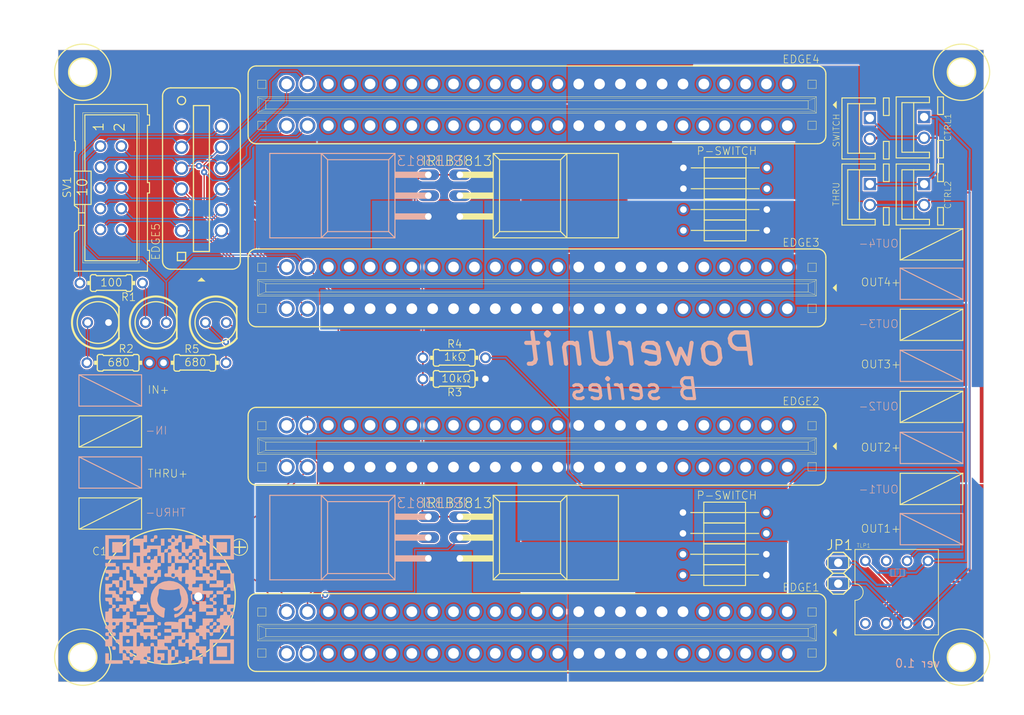
<source format=kicad_pcb>
(kicad_pcb (version 20171130) (host pcbnew "(5.1.10)-1")
  (layers (0 Top signal) (31 Bottom signal) (34 B.Paste user) (35 F.Paste user) (36 B.SilkS user) (37 F.SilkS user) (38 B.Mask user) (39 F.Mask user) (44 Edge.Cuts user))
  (net 0 "")
  (net 1 GND)
  (net 2 VCC)
  (net 3 /PWM1)
  (net 4 /DIR1)
  (net 5 /PWM2)
  (net 6 /DIR2)
  (net 7 /PWM3)
  (net 8 /DIR3)
  (net 9 /PWM4)
  (net 10 /DIR4)
  (net 11 /VCC2)
  (net 12 /GND2)
  (net 13 "Net-(LED2-PadA)")
  (net 14 /LED)
  (net 15 "Net-(EDGE1-PadP$1)")
  (net 16 "Net-(EDGE1-PadP$10)")
  (net 17 "Net-(EDGE2-PadP$1)")
  (net 18 "Net-(EDGE2-PadP$10)")
  (net 19 "Net-(EDGE3-PadP$1)")
  (net 20 "Net-(EDGE3-PadP$10)")
  (net 21 "Net-(EDGE4-PadP$1)")
  (net 22 "Net-(EDGE4-PadP$10)")
  (net 23 "Net-(CTRL1-Pad2)")
  (net 24 "Net-(CTRL1-Pad1)")
  (net 25 "Net-(LED1-PadA)")
  (net 26 "Net-(IRLB-1-PadG)")
  (net 27 "Net-(R3-Pad1)")
  (net 28 "Net-(LED3-PadA)")
  (net 29 "Net-(EDGE1-PadP$28)")
  (net 30 "Net-(EDGE2-PadP$28)")
  (net 31 "Net-(EDGE3-PadP$28)")
  (net 32 "Net-(EDGE4-PadP$28)")
  (net 33 /NC)
  (net 34 "Net-(IRLB-2-PadD)")
  (net 35 "Net-(IRLB-1-PadP$1)")
  (net 36 "Net-(IRLB-2-PadP$1)")
  (net 37 "Net-(IRLB-3-PadP$1)")
  (net 38 "Net-(IRLB-4-PadP$1)")
  (net 39 "Net-(IRLB-1-PadD)")
  (net 40 "Net-(IRLB-3-PadD)")
  (net 41 "Net-(IRLB-4-PadD)")
  (module 2022年度回路班_新電源基板:電源基板QRコード_拡大版 (layer Bottom) (at 105.73004 133.47192 180)
    (fp_text reference G*** hide)
    (fp_text value LOGO hide)
  )
  (module 2022年度回路班_新電源基板:50ZLH1000MEFC16X25 (layer Top) (at 105.4741 133.1056)
    (fp_text reference C1 (at -9.231 -4.944) (layer F.SilkS) (effects (font (size 0.95 0.95) (thickness 0.076)) (justify left bottom)))
    (fp_text value 50ZLH1000MEFC16X25 hide)
    (pad A thru_hole circle (at 3.75 0) (size 1.508 1.508) (drill 1) (layers *.Cu *.Mask) (net 2 VCC))
    (pad C thru_hole circle (at -3.75 0) (size 1.508 1.508) (drill 1) (layers *.Cu *.Mask) (net 1 GND))
  )
  (module 2022年度回路班_新電源基板:GCM188L81H104KA57 (layer Bottom) (at 194.3661 130.2146)
    (fp_text reference C2 (at -0.8 0.5) (layer B.SilkS) (effects (font (size 0.095 0.095) (thickness 0.0076)) (justify right bottom mirror)))
    (fp_text value GCM188L81H104KA57 hide)
    (pad P$2 smd rect (at 0.7 0) (size 0.7 0.8) (layers Bottom B.Paste B.Mask) (net 1 GND))
    (pad P$1 smd rect (at -0.7 0) (size 0.7 0.8) (layers Bottom B.Paste B.Mask) (net 2 VCC))
  )
  (module 2022年度回路班_新電源基板:B2B-XH (layer Top) (at 197.6001 75.9536 90)
    (fp_text reference CTRL1 (at -1.75008 3.3393 90) (layer F.SilkS) (effects (font (size 0.76 0.76) (thickness 0.0608)) (justify left bottom)))
    (fp_text value 02-JST hide)
    (pad 1 thru_hole rect (at 1.27 0 90) (size 1.508 1.508) (drill 1) (layers *.Cu *.Mask) (net 24 "Net-(CTRL1-Pad1)"))
    (pad 2 thru_hole circle (at -1.27 0 90) (size 1.508 1.508) (drill 1) (layers *.Cu *.Mask) (net 23 "Net-(CTRL1-Pad2)"))
  )
  (module 2022年度回路班_新電源基板:B2B-XH (layer Top) (at 197.6001 84.1316 90)
    (fp_text reference CTRL2 (at -1.80676 3.3393 90) (layer F.SilkS) (effects (font (size 0.76 0.76) (thickness 0.0608)) (justify left bottom)))
    (fp_text value 02-JST hide)
    (pad 1 thru_hole rect (at 1.27 0 90) (size 1.508 1.508) (drill 1) (layers *.Cu *.Mask) (net 24 "Net-(CTRL1-Pad1)"))
    (pad 2 thru_hole circle (at -1.27 0 90) (size 1.508 1.508) (drill 1) (layers *.Cu *.Mask) (net 23 "Net-(CTRL1-Pad2)"))
  )
  (module 2022年度回路班_新電源基板:10046971-019LF (layer Top) (at 150.4611 137.5036 180)
    (fp_text reference EDGE1 (at -29.83826 4.941) (layer F.SilkS) (effects (font (size 0.95 0.95) (thickness 0.076)) (justify left bottom)))
    (fp_text value 10046971-019LF-FEMAL hide)
    (pad P$50 thru_hole circle (at -30.48 -2.54 180) (size 1.95 1.95) (drill 1.3) (layers *.Cu *.Mask) (net 15 "Net-(EDGE1-PadP$1)"))
    (pad P$49 thru_hole circle (at -27.94 -2.54 180) (size 1.95 1.95) (drill 1.3) (layers *.Cu *.Mask) (net 15 "Net-(EDGE1-PadP$1)"))
    (pad P$48 thru_hole circle (at -25.4 -2.54 180) (size 1.95 1.95) (drill 1.3) (layers *.Cu *.Mask) (net 15 "Net-(EDGE1-PadP$1)"))
    (pad P$47 thru_hole circle (at -22.86 -2.54 180) (size 1.95 1.95) (drill 1.3) (layers *.Cu *.Mask) (net 15 "Net-(EDGE1-PadP$1)"))
    (pad P$46 thru_hole circle (at -20.32 -2.54 180) (size 1.95 1.95) (drill 1.3) (layers *.Cu *.Mask) (net 15 "Net-(EDGE1-PadP$1)"))
    (pad P$45 thru_hole circle (at -17.78 -2.54 180) (size 1.95 1.95) (drill 1.3) (layers *.Cu *.Mask) (net 15 "Net-(EDGE1-PadP$1)"))
    (pad P$44 thru_hole circle (at -15.24 -2.54 180) (size 1.95 1.95) (drill 1.3) (layers *.Cu *.Mask) (net 16 "Net-(EDGE1-PadP$10)"))
    (pad P$43 thru_hole circle (at -12.7 -2.54 180) (size 1.95 1.95) (drill 1.3) (layers *.Cu *.Mask) (net 16 "Net-(EDGE1-PadP$10)"))
    (pad P$42 thru_hole circle (at -10.16 -2.54 180) (size 1.95 1.95) (drill 1.3) (layers *.Cu *.Mask) (net 16 "Net-(EDGE1-PadP$10)"))
    (pad P$41 thru_hole circle (at -7.62 -2.54 180) (size 1.95 1.95) (drill 1.3) (layers *.Cu *.Mask) (net 16 "Net-(EDGE1-PadP$10)"))
    (pad P$40 thru_hole circle (at -5.08 -2.54 180) (size 1.95 1.95) (drill 1.3) (layers *.Cu *.Mask) (net 16 "Net-(EDGE1-PadP$10)"))
    (pad P$39 thru_hole circle (at -2.54 -2.54 180) (size 1.95 1.95) (drill 1.3) (layers *.Cu *.Mask) (net 29 "Net-(EDGE1-PadP$28)"))
    (pad P$38 thru_hole circle (at 0 -2.54 180) (size 1.95 1.95) (drill 1.3) (layers *.Cu *.Mask) (net 29 "Net-(EDGE1-PadP$28)"))
    (pad P$37 thru_hole circle (at 2.54 -2.54 180) (size 1.95 1.95) (drill 1.3) (layers *.Cu *.Mask) (net 29 "Net-(EDGE1-PadP$28)"))
    (pad P$36 thru_hole circle (at 5.08 -2.54 180) (size 1.95 1.95) (drill 1.3) (layers *.Cu *.Mask) (net 29 "Net-(EDGE1-PadP$28)"))
    (pad P$35 thru_hole circle (at 7.62 -2.54 180) (size 1.95 1.95) (drill 1.3) (layers *.Cu *.Mask) (net 29 "Net-(EDGE1-PadP$28)"))
    (pad P$34 thru_hole circle (at 10.16 -2.54 180) (size 1.95 1.95) (drill 1.3) (layers *.Cu *.Mask) (net 29 "Net-(EDGE1-PadP$28)"))
    (pad P$33 thru_hole circle (at 12.7 -2.54 180) (size 1.95 1.95) (drill 1.3) (layers *.Cu *.Mask) (net 29 "Net-(EDGE1-PadP$28)"))
    (pad P$32 thru_hole circle (at 15.24 -2.54 180) (size 1.95 1.95) (drill 1.3) (layers *.Cu *.Mask) (net 29 "Net-(EDGE1-PadP$28)"))
    (pad P$31 thru_hole circle (at 17.78 -2.54 180) (size 1.95 1.95) (drill 1.3) (layers *.Cu *.Mask) (net 29 "Net-(EDGE1-PadP$28)"))
    (pad P$30 thru_hole circle (at 20.32 -2.54 180) (size 1.95 1.95) (drill 1.3) (layers *.Cu *.Mask) (net 29 "Net-(EDGE1-PadP$28)"))
    (pad P$29 thru_hole circle (at 22.86 -2.54 180) (size 1.95 1.95) (drill 1.3) (layers *.Cu *.Mask) (net 29 "Net-(EDGE1-PadP$28)"))
    (pad P$28 thru_hole circle (at 25.4 -2.54 180) (size 1.95 1.95) (drill 1.3) (layers *.Cu *.Mask) (net 29 "Net-(EDGE1-PadP$28)"))
    (pad P$27 thru_hole circle (at 27.94 -2.54 180) (size 1.95 1.95) (drill 1.3) (layers *.Cu *.Mask) (net 11 /VCC2))
    (pad P$26 thru_hole circle (at 30.48 -2.54 180) (size 1.95 1.95) (drill 1.3) (layers *.Cu *.Mask) (net 4 /DIR1))
    (pad P$25 thru_hole circle (at 30.48 2.54 180) (size 1.95 1.95) (drill 1.3) (layers *.Cu *.Mask) (net 3 /PWM1))
    (pad P$24 thru_hole circle (at 27.94 2.54 180) (size 1.95 1.95) (drill 1.3) (layers *.Cu *.Mask) (net 12 /GND2))
    (pad P$23 thru_hole circle (at 25.4 2.54 180) (size 1.95 1.95) (drill 1.3) (layers *.Cu *.Mask) (net 2 VCC))
    (pad P$22 thru_hole circle (at 22.86 2.54 180) (size 1.95 1.95) (drill 1.3) (layers *.Cu *.Mask) (net 2 VCC))
    (pad P$21 thru_hole circle (at 20.32 2.54 180) (size 1.95 1.95) (drill 1.3) (layers *.Cu *.Mask) (net 2 VCC))
    (pad P$20 thru_hole circle (at 17.78 2.54 180) (size 1.95 1.95) (drill 1.3) (layers *.Cu *.Mask) (net 2 VCC))
    (pad P$19 thru_hole circle (at 15.24 2.54 180) (size 1.95 1.95) (drill 1.3) (layers *.Cu *.Mask) (net 2 VCC))
    (pad P$18 thru_hole circle (at 12.7 2.54 180) (size 1.95 1.95) (drill 1.3) (layers *.Cu *.Mask) (net 2 VCC))
    (pad P$17 thru_hole circle (at 10.16 2.54 180) (size 1.95 1.95) (drill 1.3) (layers *.Cu *.Mask) (net 2 VCC))
    (pad P$16 thru_hole circle (at 7.62 2.54 180) (size 1.95 1.95) (drill 1.3) (layers *.Cu *.Mask) (net 2 VCC))
    (pad P$15 thru_hole circle (at 5.08 2.54 180) (size 1.95 1.95) (drill 1.3) (layers *.Cu *.Mask) (net 2 VCC))
    (pad P$14 thru_hole circle (at 2.54 2.54 180) (size 1.95 1.95) (drill 1.3) (layers *.Cu *.Mask) (net 2 VCC))
    (pad P$13 thru_hole circle (at 0 2.54 180) (size 1.95 1.95) (drill 1.3) (layers *.Cu *.Mask) (net 2 VCC))
    (pad P$12 thru_hole circle (at -2.54 2.54 180) (size 1.95 1.95) (drill 1.3) (layers *.Cu *.Mask) (net 2 VCC))
    (pad P$11 thru_hole circle (at -5.08 2.54 180) (size 1.95 1.95) (drill 1.3) (layers *.Cu *.Mask) (net 16 "Net-(EDGE1-PadP$10)"))
    (pad P$10 thru_hole circle (at -7.62 2.54 180) (size 1.95 1.95) (drill 1.3) (layers *.Cu *.Mask) (net 16 "Net-(EDGE1-PadP$10)"))
    (pad P$9 thru_hole circle (at -10.16 2.54 180) (size 1.95 1.95) (drill 1.3) (layers *.Cu *.Mask) (net 16 "Net-(EDGE1-PadP$10)"))
    (pad P$8 thru_hole circle (at -12.7 2.54 180) (size 1.95 1.95) (drill 1.3) (layers *.Cu *.Mask) (net 16 "Net-(EDGE1-PadP$10)"))
    (pad P$7 thru_hole circle (at -15.24 2.54 180) (size 1.95 1.95) (drill 1.3) (layers *.Cu *.Mask) (net 16 "Net-(EDGE1-PadP$10)"))
    (pad P$6 thru_hole circle (at -17.78 2.54 180) (size 1.95 1.95) (drill 1.3) (layers *.Cu *.Mask) (net 16 "Net-(EDGE1-PadP$10)"))
    (pad P$5 thru_hole circle (at -20.32 2.54 180) (size 1.95 1.95) (drill 1.3) (layers *.Cu *.Mask) (net 15 "Net-(EDGE1-PadP$1)"))
    (pad P$4 thru_hole circle (at -22.86 2.54 180) (size 1.95 1.95) (drill 1.3) (layers *.Cu *.Mask) (net 15 "Net-(EDGE1-PadP$1)"))
    (pad P$3 thru_hole circle (at -25.4 2.54 180) (size 1.95 1.95) (drill 1.3) (layers *.Cu *.Mask) (net 15 "Net-(EDGE1-PadP$1)"))
    (pad P$2 thru_hole circle (at -27.94 2.54 180) (size 1.95 1.95) (drill 1.3) (layers *.Cu *.Mask) (net 15 "Net-(EDGE1-PadP$1)"))
    (pad P$1 thru_hole circle (at -30.48 2.54 180) (size 1.95 1.95) (drill 1.3) (layers *.Cu *.Mask) (net 15 "Net-(EDGE1-PadP$1)"))
  )
  (module 2022年度回路班_新電源基板:10046971-019LF (layer Top) (at 150.4611 114.8036 180)
    (fp_text reference EDGE2 (at -29.83826 4.92828) (layer F.SilkS) (effects (font (size 0.95 0.95) (thickness 0.076)) (justify left bottom)))
    (fp_text value 10046971-019LF-FEMAL hide)
    (pad P$50 thru_hole circle (at -30.48 -2.54 180) (size 1.95 1.95) (drill 1.3) (layers *.Cu *.Mask) (net 17 "Net-(EDGE2-PadP$1)"))
    (pad P$49 thru_hole circle (at -27.94 -2.54 180) (size 1.95 1.95) (drill 1.3) (layers *.Cu *.Mask) (net 17 "Net-(EDGE2-PadP$1)"))
    (pad P$48 thru_hole circle (at -25.4 -2.54 180) (size 1.95 1.95) (drill 1.3) (layers *.Cu *.Mask) (net 17 "Net-(EDGE2-PadP$1)"))
    (pad P$47 thru_hole circle (at -22.86 -2.54 180) (size 1.95 1.95) (drill 1.3) (layers *.Cu *.Mask) (net 17 "Net-(EDGE2-PadP$1)"))
    (pad P$46 thru_hole circle (at -20.32 -2.54 180) (size 1.95 1.95) (drill 1.3) (layers *.Cu *.Mask) (net 17 "Net-(EDGE2-PadP$1)"))
    (pad P$45 thru_hole circle (at -17.78 -2.54 180) (size 1.95 1.95) (drill 1.3) (layers *.Cu *.Mask) (net 17 "Net-(EDGE2-PadP$1)"))
    (pad P$44 thru_hole circle (at -15.24 -2.54 180) (size 1.95 1.95) (drill 1.3) (layers *.Cu *.Mask) (net 18 "Net-(EDGE2-PadP$10)"))
    (pad P$43 thru_hole circle (at -12.7 -2.54 180) (size 1.95 1.95) (drill 1.3) (layers *.Cu *.Mask) (net 18 "Net-(EDGE2-PadP$10)"))
    (pad P$42 thru_hole circle (at -10.16 -2.54 180) (size 1.95 1.95) (drill 1.3) (layers *.Cu *.Mask) (net 18 "Net-(EDGE2-PadP$10)"))
    (pad P$41 thru_hole circle (at -7.62 -2.54 180) (size 1.95 1.95) (drill 1.3) (layers *.Cu *.Mask) (net 18 "Net-(EDGE2-PadP$10)"))
    (pad P$40 thru_hole circle (at -5.08 -2.54 180) (size 1.95 1.95) (drill 1.3) (layers *.Cu *.Mask) (net 18 "Net-(EDGE2-PadP$10)"))
    (pad P$39 thru_hole circle (at -2.54 -2.54 180) (size 1.95 1.95) (drill 1.3) (layers *.Cu *.Mask) (net 30 "Net-(EDGE2-PadP$28)"))
    (pad P$38 thru_hole circle (at 0 -2.54 180) (size 1.95 1.95) (drill 1.3) (layers *.Cu *.Mask) (net 30 "Net-(EDGE2-PadP$28)"))
    (pad P$37 thru_hole circle (at 2.54 -2.54 180) (size 1.95 1.95) (drill 1.3) (layers *.Cu *.Mask) (net 30 "Net-(EDGE2-PadP$28)"))
    (pad P$36 thru_hole circle (at 5.08 -2.54 180) (size 1.95 1.95) (drill 1.3) (layers *.Cu *.Mask) (net 30 "Net-(EDGE2-PadP$28)"))
    (pad P$35 thru_hole circle (at 7.62 -2.54 180) (size 1.95 1.95) (drill 1.3) (layers *.Cu *.Mask) (net 30 "Net-(EDGE2-PadP$28)"))
    (pad P$34 thru_hole circle (at 10.16 -2.54 180) (size 1.95 1.95) (drill 1.3) (layers *.Cu *.Mask) (net 30 "Net-(EDGE2-PadP$28)"))
    (pad P$33 thru_hole circle (at 12.7 -2.54 180) (size 1.95 1.95) (drill 1.3) (layers *.Cu *.Mask) (net 30 "Net-(EDGE2-PadP$28)"))
    (pad P$32 thru_hole circle (at 15.24 -2.54 180) (size 1.95 1.95) (drill 1.3) (layers *.Cu *.Mask) (net 30 "Net-(EDGE2-PadP$28)"))
    (pad P$31 thru_hole circle (at 17.78 -2.54 180) (size 1.95 1.95) (drill 1.3) (layers *.Cu *.Mask) (net 30 "Net-(EDGE2-PadP$28)"))
    (pad P$30 thru_hole circle (at 20.32 -2.54 180) (size 1.95 1.95) (drill 1.3) (layers *.Cu *.Mask) (net 30 "Net-(EDGE2-PadP$28)"))
    (pad P$29 thru_hole circle (at 22.86 -2.54 180) (size 1.95 1.95) (drill 1.3) (layers *.Cu *.Mask) (net 30 "Net-(EDGE2-PadP$28)"))
    (pad P$28 thru_hole circle (at 25.4 -2.54 180) (size 1.95 1.95) (drill 1.3) (layers *.Cu *.Mask) (net 30 "Net-(EDGE2-PadP$28)"))
    (pad P$27 thru_hole circle (at 27.94 -2.54 180) (size 1.95 1.95) (drill 1.3) (layers *.Cu *.Mask) (net 11 /VCC2))
    (pad P$26 thru_hole circle (at 30.48 -2.54 180) (size 1.95 1.95) (drill 1.3) (layers *.Cu *.Mask) (net 6 /DIR2))
    (pad P$25 thru_hole circle (at 30.48 2.54 180) (size 1.95 1.95) (drill 1.3) (layers *.Cu *.Mask) (net 5 /PWM2))
    (pad P$24 thru_hole circle (at 27.94 2.54 180) (size 1.95 1.95) (drill 1.3) (layers *.Cu *.Mask) (net 12 /GND2))
    (pad P$23 thru_hole circle (at 25.4 2.54 180) (size 1.95 1.95) (drill 1.3) (layers *.Cu *.Mask) (net 2 VCC))
    (pad P$22 thru_hole circle (at 22.86 2.54 180) (size 1.95 1.95) (drill 1.3) (layers *.Cu *.Mask) (net 2 VCC))
    (pad P$21 thru_hole circle (at 20.32 2.54 180) (size 1.95 1.95) (drill 1.3) (layers *.Cu *.Mask) (net 2 VCC))
    (pad P$20 thru_hole circle (at 17.78 2.54 180) (size 1.95 1.95) (drill 1.3) (layers *.Cu *.Mask) (net 2 VCC))
    (pad P$19 thru_hole circle (at 15.24 2.54 180) (size 1.95 1.95) (drill 1.3) (layers *.Cu *.Mask) (net 2 VCC))
    (pad P$18 thru_hole circle (at 12.7 2.54 180) (size 1.95 1.95) (drill 1.3) (layers *.Cu *.Mask) (net 2 VCC))
    (pad P$17 thru_hole circle (at 10.16 2.54 180) (size 1.95 1.95) (drill 1.3) (layers *.Cu *.Mask) (net 2 VCC))
    (pad P$16 thru_hole circle (at 7.62 2.54 180) (size 1.95 1.95) (drill 1.3) (layers *.Cu *.Mask) (net 2 VCC))
    (pad P$15 thru_hole circle (at 5.08 2.54 180) (size 1.95 1.95) (drill 1.3) (layers *.Cu *.Mask) (net 2 VCC))
    (pad P$14 thru_hole circle (at 2.54 2.54 180) (size 1.95 1.95) (drill 1.3) (layers *.Cu *.Mask) (net 2 VCC))
    (pad P$13 thru_hole circle (at 0 2.54 180) (size 1.95 1.95) (drill 1.3) (layers *.Cu *.Mask) (net 2 VCC))
    (pad P$12 thru_hole circle (at -2.54 2.54 180) (size 1.95 1.95) (drill 1.3) (layers *.Cu *.Mask) (net 2 VCC))
    (pad P$11 thru_hole circle (at -5.08 2.54 180) (size 1.95 1.95) (drill 1.3) (layers *.Cu *.Mask) (net 18 "Net-(EDGE2-PadP$10)"))
    (pad P$10 thru_hole circle (at -7.62 2.54 180) (size 1.95 1.95) (drill 1.3) (layers *.Cu *.Mask) (net 18 "Net-(EDGE2-PadP$10)"))
    (pad P$9 thru_hole circle (at -10.16 2.54 180) (size 1.95 1.95) (drill 1.3) (layers *.Cu *.Mask) (net 18 "Net-(EDGE2-PadP$10)"))
    (pad P$8 thru_hole circle (at -12.7 2.54 180) (size 1.95 1.95) (drill 1.3) (layers *.Cu *.Mask) (net 18 "Net-(EDGE2-PadP$10)"))
    (pad P$7 thru_hole circle (at -15.24 2.54 180) (size 1.95 1.95) (drill 1.3) (layers *.Cu *.Mask) (net 18 "Net-(EDGE2-PadP$10)"))
    (pad P$6 thru_hole circle (at -17.78 2.54 180) (size 1.95 1.95) (drill 1.3) (layers *.Cu *.Mask) (net 18 "Net-(EDGE2-PadP$10)"))
    (pad P$5 thru_hole circle (at -20.32 2.54 180) (size 1.95 1.95) (drill 1.3) (layers *.Cu *.Mask) (net 17 "Net-(EDGE2-PadP$1)"))
    (pad P$4 thru_hole circle (at -22.86 2.54 180) (size 1.95 1.95) (drill 1.3) (layers *.Cu *.Mask) (net 17 "Net-(EDGE2-PadP$1)"))
    (pad P$3 thru_hole circle (at -25.4 2.54 180) (size 1.95 1.95) (drill 1.3) (layers *.Cu *.Mask) (net 17 "Net-(EDGE2-PadP$1)"))
    (pad P$2 thru_hole circle (at -27.94 2.54 180) (size 1.95 1.95) (drill 1.3) (layers *.Cu *.Mask) (net 17 "Net-(EDGE2-PadP$1)"))
    (pad P$1 thru_hole circle (at -30.48 2.54 180) (size 1.95 1.95) (drill 1.3) (layers *.Cu *.Mask) (net 17 "Net-(EDGE2-PadP$1)"))
  )
  (module 2022年度回路班_新電源基板:10046971-019LF (layer Top) (at 150.4611 95.5036 180)
    (fp_text reference EDGE3 (at -29.83826 4.95768) (layer F.SilkS) (effects (font (size 0.95 0.95) (thickness 0.076)) (justify left bottom)))
    (fp_text value 10046971-019LF-FEMAL hide)
    (pad P$50 thru_hole circle (at -30.48 -2.54 180) (size 1.95 1.95) (drill 1.3) (layers *.Cu *.Mask) (net 19 "Net-(EDGE3-PadP$1)"))
    (pad P$49 thru_hole circle (at -27.94 -2.54 180) (size 1.95 1.95) (drill 1.3) (layers *.Cu *.Mask) (net 19 "Net-(EDGE3-PadP$1)"))
    (pad P$48 thru_hole circle (at -25.4 -2.54 180) (size 1.95 1.95) (drill 1.3) (layers *.Cu *.Mask) (net 19 "Net-(EDGE3-PadP$1)"))
    (pad P$47 thru_hole circle (at -22.86 -2.54 180) (size 1.95 1.95) (drill 1.3) (layers *.Cu *.Mask) (net 19 "Net-(EDGE3-PadP$1)"))
    (pad P$46 thru_hole circle (at -20.32 -2.54 180) (size 1.95 1.95) (drill 1.3) (layers *.Cu *.Mask) (net 19 "Net-(EDGE3-PadP$1)"))
    (pad P$45 thru_hole circle (at -17.78 -2.54 180) (size 1.95 1.95) (drill 1.3) (layers *.Cu *.Mask) (net 19 "Net-(EDGE3-PadP$1)"))
    (pad P$44 thru_hole circle (at -15.24 -2.54 180) (size 1.95 1.95) (drill 1.3) (layers *.Cu *.Mask) (net 20 "Net-(EDGE3-PadP$10)"))
    (pad P$43 thru_hole circle (at -12.7 -2.54 180) (size 1.95 1.95) (drill 1.3) (layers *.Cu *.Mask) (net 20 "Net-(EDGE3-PadP$10)"))
    (pad P$42 thru_hole circle (at -10.16 -2.54 180) (size 1.95 1.95) (drill 1.3) (layers *.Cu *.Mask) (net 20 "Net-(EDGE3-PadP$10)"))
    (pad P$41 thru_hole circle (at -7.62 -2.54 180) (size 1.95 1.95) (drill 1.3) (layers *.Cu *.Mask) (net 20 "Net-(EDGE3-PadP$10)"))
    (pad P$40 thru_hole circle (at -5.08 -2.54 180) (size 1.95 1.95) (drill 1.3) (layers *.Cu *.Mask) (net 20 "Net-(EDGE3-PadP$10)"))
    (pad P$39 thru_hole circle (at -2.54 -2.54 180) (size 1.95 1.95) (drill 1.3) (layers *.Cu *.Mask) (net 31 "Net-(EDGE3-PadP$28)"))
    (pad P$38 thru_hole circle (at 0 -2.54 180) (size 1.95 1.95) (drill 1.3) (layers *.Cu *.Mask) (net 31 "Net-(EDGE3-PadP$28)"))
    (pad P$37 thru_hole circle (at 2.54 -2.54 180) (size 1.95 1.95) (drill 1.3) (layers *.Cu *.Mask) (net 31 "Net-(EDGE3-PadP$28)"))
    (pad P$36 thru_hole circle (at 5.08 -2.54 180) (size 1.95 1.95) (drill 1.3) (layers *.Cu *.Mask) (net 31 "Net-(EDGE3-PadP$28)"))
    (pad P$35 thru_hole circle (at 7.62 -2.54 180) (size 1.95 1.95) (drill 1.3) (layers *.Cu *.Mask) (net 31 "Net-(EDGE3-PadP$28)"))
    (pad P$34 thru_hole circle (at 10.16 -2.54 180) (size 1.95 1.95) (drill 1.3) (layers *.Cu *.Mask) (net 31 "Net-(EDGE3-PadP$28)"))
    (pad P$33 thru_hole circle (at 12.7 -2.54 180) (size 1.95 1.95) (drill 1.3) (layers *.Cu *.Mask) (net 31 "Net-(EDGE3-PadP$28)"))
    (pad P$32 thru_hole circle (at 15.24 -2.54 180) (size 1.95 1.95) (drill 1.3) (layers *.Cu *.Mask) (net 31 "Net-(EDGE3-PadP$28)"))
    (pad P$31 thru_hole circle (at 17.78 -2.54 180) (size 1.95 1.95) (drill 1.3) (layers *.Cu *.Mask) (net 31 "Net-(EDGE3-PadP$28)"))
    (pad P$30 thru_hole circle (at 20.32 -2.54 180) (size 1.95 1.95) (drill 1.3) (layers *.Cu *.Mask) (net 31 "Net-(EDGE3-PadP$28)"))
    (pad P$29 thru_hole circle (at 22.86 -2.54 180) (size 1.95 1.95) (drill 1.3) (layers *.Cu *.Mask) (net 31 "Net-(EDGE3-PadP$28)"))
    (pad P$28 thru_hole circle (at 25.4 -2.54 180) (size 1.95 1.95) (drill 1.3) (layers *.Cu *.Mask) (net 31 "Net-(EDGE3-PadP$28)"))
    (pad P$27 thru_hole circle (at 27.94 -2.54 180) (size 1.95 1.95) (drill 1.3) (layers *.Cu *.Mask) (net 11 /VCC2))
    (pad P$26 thru_hole circle (at 30.48 -2.54 180) (size 1.95 1.95) (drill 1.3) (layers *.Cu *.Mask) (net 8 /DIR3))
    (pad P$25 thru_hole circle (at 30.48 2.54 180) (size 1.95 1.95) (drill 1.3) (layers *.Cu *.Mask) (net 7 /PWM3))
    (pad P$24 thru_hole circle (at 27.94 2.54 180) (size 1.95 1.95) (drill 1.3) (layers *.Cu *.Mask) (net 12 /GND2))
    (pad P$23 thru_hole circle (at 25.4 2.54 180) (size 1.95 1.95) (drill 1.3) (layers *.Cu *.Mask) (net 2 VCC))
    (pad P$22 thru_hole circle (at 22.86 2.54 180) (size 1.95 1.95) (drill 1.3) (layers *.Cu *.Mask) (net 2 VCC))
    (pad P$21 thru_hole circle (at 20.32 2.54 180) (size 1.95 1.95) (drill 1.3) (layers *.Cu *.Mask) (net 2 VCC))
    (pad P$20 thru_hole circle (at 17.78 2.54 180) (size 1.95 1.95) (drill 1.3) (layers *.Cu *.Mask) (net 2 VCC))
    (pad P$19 thru_hole circle (at 15.24 2.54 180) (size 1.95 1.95) (drill 1.3) (layers *.Cu *.Mask) (net 2 VCC))
    (pad P$18 thru_hole circle (at 12.7 2.54 180) (size 1.95 1.95) (drill 1.3) (layers *.Cu *.Mask) (net 2 VCC))
    (pad P$17 thru_hole circle (at 10.16 2.54 180) (size 1.95 1.95) (drill 1.3) (layers *.Cu *.Mask) (net 2 VCC))
    (pad P$16 thru_hole circle (at 7.62 2.54 180) (size 1.95 1.95) (drill 1.3) (layers *.Cu *.Mask) (net 2 VCC))
    (pad P$15 thru_hole circle (at 5.08 2.54 180) (size 1.95 1.95) (drill 1.3) (layers *.Cu *.Mask) (net 2 VCC))
    (pad P$14 thru_hole circle (at 2.54 2.54 180) (size 1.95 1.95) (drill 1.3) (layers *.Cu *.Mask) (net 2 VCC))
    (pad P$13 thru_hole circle (at 0 2.54 180) (size 1.95 1.95) (drill 1.3) (layers *.Cu *.Mask) (net 2 VCC))
    (pad P$12 thru_hole circle (at -2.54 2.54 180) (size 1.95 1.95) (drill 1.3) (layers *.Cu *.Mask) (net 2 VCC))
    (pad P$11 thru_hole circle (at -5.08 2.54 180) (size 1.95 1.95) (drill 1.3) (layers *.Cu *.Mask) (net 20 "Net-(EDGE3-PadP$10)"))
    (pad P$10 thru_hole circle (at -7.62 2.54 180) (size 1.95 1.95) (drill 1.3) (layers *.Cu *.Mask) (net 20 "Net-(EDGE3-PadP$10)"))
    (pad P$9 thru_hole circle (at -10.16 2.54 180) (size 1.95 1.95) (drill 1.3) (layers *.Cu *.Mask) (net 20 "Net-(EDGE3-PadP$10)"))
    (pad P$8 thru_hole circle (at -12.7 2.54 180) (size 1.95 1.95) (drill 1.3) (layers *.Cu *.Mask) (net 20 "Net-(EDGE3-PadP$10)"))
    (pad P$7 thru_hole circle (at -15.24 2.54 180) (size 1.95 1.95) (drill 1.3) (layers *.Cu *.Mask) (net 20 "Net-(EDGE3-PadP$10)"))
    (pad P$6 thru_hole circle (at -17.78 2.54 180) (size 1.95 1.95) (drill 1.3) (layers *.Cu *.Mask) (net 20 "Net-(EDGE3-PadP$10)"))
    (pad P$5 thru_hole circle (at -20.32 2.54 180) (size 1.95 1.95) (drill 1.3) (layers *.Cu *.Mask) (net 19 "Net-(EDGE3-PadP$1)"))
    (pad P$4 thru_hole circle (at -22.86 2.54 180) (size 1.95 1.95) (drill 1.3) (layers *.Cu *.Mask) (net 19 "Net-(EDGE3-PadP$1)"))
    (pad P$3 thru_hole circle (at -25.4 2.54 180) (size 1.95 1.95) (drill 1.3) (layers *.Cu *.Mask) (net 19 "Net-(EDGE3-PadP$1)"))
    (pad P$2 thru_hole circle (at -27.94 2.54 180) (size 1.95 1.95) (drill 1.3) (layers *.Cu *.Mask) (net 19 "Net-(EDGE3-PadP$1)"))
    (pad P$1 thru_hole circle (at -30.48 2.54 180) (size 1.95 1.95) (drill 1.3) (layers *.Cu *.Mask) (net 19 "Net-(EDGE3-PadP$1)"))
  )
  (module 2022年度回路班_新電源基板:10046971-019LF (layer Top) (at 150.4611 73.2036 180)
    (fp_text reference EDGE4 (at -29.83826 4.99952) (layer F.SilkS) (effects (font (size 0.95 0.95) (thickness 0.076)) (justify left bottom)))
    (fp_text value 10046971-019LF-FEMAL hide)
    (pad P$50 thru_hole circle (at -30.48 -2.54 180) (size 1.95 1.95) (drill 1.3) (layers *.Cu *.Mask) (net 21 "Net-(EDGE4-PadP$1)"))
    (pad P$49 thru_hole circle (at -27.94 -2.54 180) (size 1.95 1.95) (drill 1.3) (layers *.Cu *.Mask) (net 21 "Net-(EDGE4-PadP$1)"))
    (pad P$48 thru_hole circle (at -25.4 -2.54 180) (size 1.95 1.95) (drill 1.3) (layers *.Cu *.Mask) (net 21 "Net-(EDGE4-PadP$1)"))
    (pad P$47 thru_hole circle (at -22.86 -2.54 180) (size 1.95 1.95) (drill 1.3) (layers *.Cu *.Mask) (net 21 "Net-(EDGE4-PadP$1)"))
    (pad P$46 thru_hole circle (at -20.32 -2.54 180) (size 1.95 1.95) (drill 1.3) (layers *.Cu *.Mask) (net 21 "Net-(EDGE4-PadP$1)"))
    (pad P$45 thru_hole circle (at -17.78 -2.54 180) (size 1.95 1.95) (drill 1.3) (layers *.Cu *.Mask) (net 21 "Net-(EDGE4-PadP$1)"))
    (pad P$44 thru_hole circle (at -15.24 -2.54 180) (size 1.95 1.95) (drill 1.3) (layers *.Cu *.Mask) (net 22 "Net-(EDGE4-PadP$10)"))
    (pad P$43 thru_hole circle (at -12.7 -2.54 180) (size 1.95 1.95) (drill 1.3) (layers *.Cu *.Mask) (net 22 "Net-(EDGE4-PadP$10)"))
    (pad P$42 thru_hole circle (at -10.16 -2.54 180) (size 1.95 1.95) (drill 1.3) (layers *.Cu *.Mask) (net 22 "Net-(EDGE4-PadP$10)"))
    (pad P$41 thru_hole circle (at -7.62 -2.54 180) (size 1.95 1.95) (drill 1.3) (layers *.Cu *.Mask) (net 22 "Net-(EDGE4-PadP$10)"))
    (pad P$40 thru_hole circle (at -5.08 -2.54 180) (size 1.95 1.95) (drill 1.3) (layers *.Cu *.Mask) (net 22 "Net-(EDGE4-PadP$10)"))
    (pad P$39 thru_hole circle (at -2.54 -2.54 180) (size 1.95 1.95) (drill 1.3) (layers *.Cu *.Mask) (net 32 "Net-(EDGE4-PadP$28)"))
    (pad P$38 thru_hole circle (at 0 -2.54 180) (size 1.95 1.95) (drill 1.3) (layers *.Cu *.Mask) (net 32 "Net-(EDGE4-PadP$28)"))
    (pad P$37 thru_hole circle (at 2.54 -2.54 180) (size 1.95 1.95) (drill 1.3) (layers *.Cu *.Mask) (net 32 "Net-(EDGE4-PadP$28)"))
    (pad P$36 thru_hole circle (at 5.08 -2.54 180) (size 1.95 1.95) (drill 1.3) (layers *.Cu *.Mask) (net 32 "Net-(EDGE4-PadP$28)"))
    (pad P$35 thru_hole circle (at 7.62 -2.54 180) (size 1.95 1.95) (drill 1.3) (layers *.Cu *.Mask) (net 32 "Net-(EDGE4-PadP$28)"))
    (pad P$34 thru_hole circle (at 10.16 -2.54 180) (size 1.95 1.95) (drill 1.3) (layers *.Cu *.Mask) (net 32 "Net-(EDGE4-PadP$28)"))
    (pad P$33 thru_hole circle (at 12.7 -2.54 180) (size 1.95 1.95) (drill 1.3) (layers *.Cu *.Mask) (net 32 "Net-(EDGE4-PadP$28)"))
    (pad P$32 thru_hole circle (at 15.24 -2.54 180) (size 1.95 1.95) (drill 1.3) (layers *.Cu *.Mask) (net 32 "Net-(EDGE4-PadP$28)"))
    (pad P$31 thru_hole circle (at 17.78 -2.54 180) (size 1.95 1.95) (drill 1.3) (layers *.Cu *.Mask) (net 32 "Net-(EDGE4-PadP$28)"))
    (pad P$30 thru_hole circle (at 20.32 -2.54 180) (size 1.95 1.95) (drill 1.3) (layers *.Cu *.Mask) (net 32 "Net-(EDGE4-PadP$28)"))
    (pad P$29 thru_hole circle (at 22.86 -2.54 180) (size 1.95 1.95) (drill 1.3) (layers *.Cu *.Mask) (net 32 "Net-(EDGE4-PadP$28)"))
    (pad P$28 thru_hole circle (at 25.4 -2.54 180) (size 1.95 1.95) (drill 1.3) (layers *.Cu *.Mask) (net 32 "Net-(EDGE4-PadP$28)"))
    (pad P$27 thru_hole circle (at 27.94 -2.54 180) (size 1.95 1.95) (drill 1.3) (layers *.Cu *.Mask) (net 11 /VCC2))
    (pad P$26 thru_hole circle (at 30.48 -2.54 180) (size 1.95 1.95) (drill 1.3) (layers *.Cu *.Mask) (net 10 /DIR4))
    (pad P$25 thru_hole circle (at 30.48 2.54 180) (size 1.95 1.95) (drill 1.3) (layers *.Cu *.Mask) (net 9 /PWM4))
    (pad P$24 thru_hole circle (at 27.94 2.54 180) (size 1.95 1.95) (drill 1.3) (layers *.Cu *.Mask) (net 12 /GND2))
    (pad P$23 thru_hole circle (at 25.4 2.54 180) (size 1.95 1.95) (drill 1.3) (layers *.Cu *.Mask) (net 2 VCC))
    (pad P$22 thru_hole circle (at 22.86 2.54 180) (size 1.95 1.95) (drill 1.3) (layers *.Cu *.Mask) (net 2 VCC))
    (pad P$21 thru_hole circle (at 20.32 2.54 180) (size 1.95 1.95) (drill 1.3) (layers *.Cu *.Mask) (net 2 VCC))
    (pad P$20 thru_hole circle (at 17.78 2.54 180) (size 1.95 1.95) (drill 1.3) (layers *.Cu *.Mask) (net 2 VCC))
    (pad P$19 thru_hole circle (at 15.24 2.54 180) (size 1.95 1.95) (drill 1.3) (layers *.Cu *.Mask) (net 2 VCC))
    (pad P$18 thru_hole circle (at 12.7 2.54 180) (size 1.95 1.95) (drill 1.3) (layers *.Cu *.Mask) (net 2 VCC))
    (pad P$17 thru_hole circle (at 10.16 2.54 180) (size 1.95 1.95) (drill 1.3) (layers *.Cu *.Mask) (net 2 VCC))
    (pad P$16 thru_hole circle (at 7.62 2.54 180) (size 1.95 1.95) (drill 1.3) (layers *.Cu *.Mask) (net 2 VCC))
    (pad P$15 thru_hole circle (at 5.08 2.54 180) (size 1.95 1.95) (drill 1.3) (layers *.Cu *.Mask) (net 2 VCC))
    (pad P$14 thru_hole circle (at 2.54 2.54 180) (size 1.95 1.95) (drill 1.3) (layers *.Cu *.Mask) (net 2 VCC))
    (pad P$13 thru_hole circle (at 0 2.54 180) (size 1.95 1.95) (drill 1.3) (layers *.Cu *.Mask) (net 2 VCC))
    (pad P$12 thru_hole circle (at -2.54 2.54 180) (size 1.95 1.95) (drill 1.3) (layers *.Cu *.Mask) (net 2 VCC))
    (pad P$11 thru_hole circle (at -5.08 2.54 180) (size 1.95 1.95) (drill 1.3) (layers *.Cu *.Mask) (net 22 "Net-(EDGE4-PadP$10)"))
    (pad P$10 thru_hole circle (at -7.62 2.54 180) (size 1.95 1.95) (drill 1.3) (layers *.Cu *.Mask) (net 22 "Net-(EDGE4-PadP$10)"))
    (pad P$9 thru_hole circle (at -10.16 2.54 180) (size 1.95 1.95) (drill 1.3) (layers *.Cu *.Mask) (net 22 "Net-(EDGE4-PadP$10)"))
    (pad P$8 thru_hole circle (at -12.7 2.54 180) (size 1.95 1.95) (drill 1.3) (layers *.Cu *.Mask) (net 22 "Net-(EDGE4-PadP$10)"))
    (pad P$7 thru_hole circle (at -15.24 2.54 180) (size 1.95 1.95) (drill 1.3) (layers *.Cu *.Mask) (net 22 "Net-(EDGE4-PadP$10)"))
    (pad P$6 thru_hole circle (at -17.78 2.54 180) (size 1.95 1.95) (drill 1.3) (layers *.Cu *.Mask) (net 22 "Net-(EDGE4-PadP$10)"))
    (pad P$5 thru_hole circle (at -20.32 2.54 180) (size 1.95 1.95) (drill 1.3) (layers *.Cu *.Mask) (net 21 "Net-(EDGE4-PadP$1)"))
    (pad P$4 thru_hole circle (at -22.86 2.54 180) (size 1.95 1.95) (drill 1.3) (layers *.Cu *.Mask) (net 21 "Net-(EDGE4-PadP$1)"))
    (pad P$3 thru_hole circle (at -25.4 2.54 180) (size 1.95 1.95) (drill 1.3) (layers *.Cu *.Mask) (net 21 "Net-(EDGE4-PadP$1)"))
    (pad P$2 thru_hole circle (at -27.94 2.54 180) (size 1.95 1.95) (drill 1.3) (layers *.Cu *.Mask) (net 21 "Net-(EDGE4-PadP$1)"))
    (pad P$1 thru_hole circle (at -30.48 2.54 180) (size 1.95 1.95) (drill 1.3) (layers *.Cu *.Mask) (net 21 "Net-(EDGE4-PadP$1)"))
  )
  (module 2022年度回路班_新電源基板:7-5530843-6 (layer Top) (at 109.6041 82.1836 90)
    (fp_text reference EDGE5 (at -10 -5 90) (layer F.SilkS) (effects (font (size 0.95 0.95) (thickness 0.076)) (justify left bottom)))
    (fp_text value 7-5530843-6 hide)
    (pad P$12 thru_hole circle (at -6.35 -2.4257 90) (size 1.6383 1.6383) (drill 1.0922) (layers *.Cu *.Mask) (net 4 /DIR1))
    (pad P$11 thru_hole circle (at -3.81 -2.4257 90) (size 1.6383 1.6383) (drill 1.0922) (layers *.Cu *.Mask) (net 6 /DIR2))
    (pad P$10 thru_hole circle (at -1.27 -2.4257 90) (size 1.6383 1.6383) (drill 1.0922) (layers *.Cu *.Mask) (net 8 /DIR3))
    (pad P$9 thru_hole circle (at 1.27 -2.4257 90) (size 1.6383 1.6383) (drill 1.0922) (layers *.Cu *.Mask) (net 10 /DIR4))
    (pad P$8 thru_hole circle (at 3.81 -2.4257 90) (size 1.6383 1.6383) (drill 1.0922) (layers *.Cu *.Mask) (net 12 /GND2))
    (pad P$7 thru_hole circle (at 6.35 -2.4257 90) (size 1.6383 1.6383) (drill 1.0922) (layers *.Cu *.Mask) (net 33 /NC))
    (pad P$6 thru_hole circle (at 6.35 2.4257 90) (size 1.6383 1.6383) (drill 1.0922) (layers *.Cu *.Mask) (net 14 /LED))
    (pad P$5 thru_hole circle (at 3.81 2.4257 90) (size 1.6383 1.6383) (drill 1.0922) (layers *.Cu *.Mask) (net 11 /VCC2))
    (pad P$4 thru_hole circle (at 1.27 2.4257 90) (size 1.6383 1.6383) (drill 1.0922) (layers *.Cu *.Mask) (net 9 /PWM4))
    (pad P$3 thru_hole circle (at -1.27 2.4257 90) (size 1.6383 1.6383) (drill 1.0922) (layers *.Cu *.Mask) (net 7 /PWM3))
    (pad P$2 thru_hole circle (at -3.81 2.4257 90) (size 1.6383 1.6383) (drill 1.0922) (layers *.Cu *.Mask) (net 5 /PWM2))
    (pad P$1 thru_hole circle (at -6.35 2.4257 90) (size 1.6383 1.6383) (drill 1.0922) (layers *.Cu *.Mask) (net 3 /PWM1))
  )
  (module 2022年度回路班_新電源基板:AWG14 (layer Top) (at 98.5011 108.0036 90)
    (fp_text reference IN+ (at -0.48488 4.4959) (layer F.SilkS) (effects (font (size 0.9652 0.9652) (thickness 0.077216)) (justify left bottom)))
    (fp_text value PADS14 hide)
    (pad P$1 smd rect (at 0 0 180) (size 6.5 3.5) (layers Top F.Paste F.Mask) (net 2 VCC))
  )
  (module 2022年度回路班_新電源基板:AWG14 (layer Bottom) (at 98.5011 113.0036 90)
    (fp_text reference IN- (at -0.45312 4.22666 180) (layer B.SilkS) (effects (font (size 0.9652 0.9652) (thickness 0.077216)) (justify right bottom mirror)))
    (fp_text value PADS14 hide)
    (pad P$1 smd rect (at 0 0) (size 6.5 3.5) (layers Bottom B.Paste B.Mask) (net 1 GND))
  )
  (module 2022年度回路班_新電源基板:1X02 (layer Top) (at 187.1481 130.2786 270)
    (fp_text reference JP1 (at -2.7288 1.5362) (layer F.SilkS) (effects (font (size 1.2065 1.2065) (thickness 0.12065)) (justify left bottom)))
    (fp_text value PINHD-1X2)
    (pad 2 thru_hole oval (at 1.27 0) (size 3.048 1.524) (drill 1.016) (layers *.Cu *.Mask) (net 24 "Net-(CTRL1-Pad1)"))
    (pad 1 thru_hole oval (at -1.27 0) (size 3.048 1.524) (drill 1.016) (layers *.Cu *.Mask) (net 1 GND))
  )
  (module 2022年度回路班_新電源基板:LED5MM (layer Top) (at 97.0151 99.7296)
    (fp_text reference LED1 hide)
    (fp_text value LED5MM)
    (pad K thru_hole circle (at 1.27 0) (size 1.3208 1.3208) (drill 0.8128) (layers *.Cu *.Mask) (net 1 GND))
    (pad A thru_hole circle (at -1.27 0) (size 1.3208 1.3208) (drill 0.8128) (layers *.Cu *.Mask) (net 25 "Net-(LED1-PadA)"))
  )
  (module 2022年度回路班_新電源基板:LED5MM (layer Top) (at 104.0611 99.7296)
    (fp_text reference LED2 hide)
    (fp_text value LED5MM)
    (pad K thru_hole circle (at 1.27 0) (size 1.3208 1.3208) (drill 0.8128) (layers *.Cu *.Mask) (net 12 /GND2))
    (pad A thru_hole circle (at -1.27 0) (size 1.3208 1.3208) (drill 0.8128) (layers *.Cu *.Mask) (net 13 "Net-(LED2-PadA)"))
  )
  (module 2022年度回路班_新電源基板:LED5MM (layer Top) (at 111.3611 99.7296)
    (fp_text reference LED3 hide)
    (fp_text value LED5MM)
    (pad K thru_hole circle (at 1.27 0) (size 1.3208 1.3208) (drill 0.8128) (layers *.Cu *.Mask) (net 34 "Net-(IRLB-2-PadD)"))
    (pad A thru_hole circle (at -1.27 0) (size 1.3208 1.3208) (drill 0.8128) (layers *.Cu *.Mask) (net 28 "Net-(LED3-PadA)"))
  )
  (module 2022年度回路班_新電源基板:AWG14 (layer Top) (at 198.5011 124.9036 270)
    (fp_text reference OUT1+ (at 0.508 8.65) (layer F.SilkS) (effects (font (size 0.9652 0.9652) (thickness 0.077216)) (justify left bottom)))
    (fp_text value PADS14 hide)
    (pad P$1 smd rect (at 0 0) (size 6.5 3.5) (layers Top F.Paste F.Mask) (net 15 "Net-(EDGE1-PadP$1)"))
  )
  (module 2022年度回路班_新電源基板:AWG14 (layer Bottom) (at 198.5011 120.0036 270)
    (fp_text reference OUT1- (at 0.621 8.92566 180) (layer B.SilkS) (effects (font (size 0.9652 0.9652) (thickness 0.077216)) (justify right bottom mirror)))
    (fp_text value PADS14 hide)
    (pad P$1 smd rect (at 0 0 180) (size 6.5 3.5) (layers Bottom B.Paste B.Mask) (net 16 "Net-(EDGE1-PadP$10)"))
  )
  (module 2022年度回路班_新電源基板:AWG14 (layer Top) (at 198.5011 115.0036 270)
    (fp_text reference OUT2+ (at 0.508 8.65) (layer F.SilkS) (effects (font (size 0.9652 0.9652) (thickness 0.077216)) (justify left bottom)))
    (fp_text value PADS14 hide)
    (pad P$1 smd rect (at 0 0) (size 6.5 3.5) (layers Top F.Paste F.Mask) (net 17 "Net-(EDGE2-PadP$1)"))
  )
  (module 2022年度回路班_新電源基板:AWG14 (layer Bottom) (at 198.5011 110.0036 270)
    (fp_text reference OUT2- (at 0.508 8.92566 180) (layer B.SilkS) (effects (font (size 0.9652 0.9652) (thickness 0.077216)) (justify right bottom mirror)))
    (fp_text value PADS14 hide)
    (pad P$1 smd rect (at 0 0 180) (size 6.5 3.5) (layers Bottom B.Paste B.Mask) (net 18 "Net-(EDGE2-PadP$10)"))
  )
  (module 2022年度回路班_新電源基板:AWG14 (layer Top) (at 198.5011 105.0036 270)
    (fp_text reference OUT3+ (at 0.381 8.65) (layer F.SilkS) (effects (font (size 0.9652 0.9652) (thickness 0.077216)) (justify left bottom)))
    (fp_text value PADS14 hide)
    (pad P$1 smd rect (at 0 0) (size 6.5 3.5) (layers Top F.Paste F.Mask) (net 19 "Net-(EDGE3-PadP$1)"))
  )
  (module 2022年度回路班_新電源基板:AWG14 (layer Bottom) (at 198.5011 100.0036 270)
    (fp_text reference OUT3- (at 0.46 8.92566 180) (layer B.SilkS) (effects (font (size 0.9652 0.9652) (thickness 0.077216)) (justify right bottom mirror)))
    (fp_text value PADS14 hide)
    (pad P$1 smd rect (at 0 0 180) (size 6.5 3.5) (layers Bottom B.Paste B.Mask) (net 20 "Net-(EDGE3-PadP$10)"))
  )
  (module 2022年度回路班_新電源基板:AWG14 (layer Top) (at 198.5011 95.0036 270)
    (fp_text reference OUT4+ (at 0.381 8.65) (layer F.SilkS) (effects (font (size 0.9652 0.9652) (thickness 0.077216)) (justify left bottom)))
    (fp_text value PADS14 hide)
    (pad P$1 smd rect (at 0 0) (size 6.5 3.5) (layers Top F.Paste F.Mask) (net 21 "Net-(EDGE4-PadP$1)"))
  )
  (module 2022年度回路班_新電源基板:AWG14 (layer Bottom) (at 198.5011 90.2036 270)
    (fp_text reference OUT4- (at 0.46424 8.92566 180) (layer B.SilkS) (effects (font (size 0.9652 0.9652) (thickness 0.077216)) (justify right bottom mirror)))
    (fp_text value PADS14 hide)
    (pad P$1 smd rect (at 0 0 180) (size 6.5 3.5) (layers Bottom B.Paste B.Mask) (net 22 "Net-(EDGE4-PadP$10)"))
  )
  (module 2022年度回路班_新電源基板:P-SWITCH (layer Top) (at 170.7731 130.5036 270)
    (fp_text reference P-1 hide)
    (fp_text value P-SWITCH (at -9.1424 0.91822) (layer F.SilkS) (effects (font (size 0.9652 0.9652) (thickness 0.077216)) (justify left bottom)))
    (pad P$2 thru_hole circle (at 0 -7.62 270) (size 1.308 1.308) (drill 0.8) (layers *.Cu *.Mask) (net 35 "Net-(IRLB-1-PadP$1)"))
    (pad P$1 thru_hole circle (at 0 2.54 270) (size 1.308 1.308) (drill 0.8) (layers *.Cu *.Mask) (net 29 "Net-(EDGE1-PadP$28)"))
  )
  (module 2022年度回路班_新電源基板:P-SWITCH (layer Top) (at 170.7731 127.9636 270)
    (fp_text reference P-2 hide)
    (fp_text value P-SWITCH hide)
    (pad P$2 thru_hole circle (at 0 -7.62 270) (size 1.308 1.308) (drill 0.8) (layers *.Cu *.Mask) (net 35 "Net-(IRLB-1-PadP$1)"))
    (pad P$1 thru_hole circle (at 0 2.54 270) (size 1.308 1.308) (drill 0.8) (layers *.Cu *.Mask) (net 29 "Net-(EDGE1-PadP$28)"))
  )
  (module 2022年度回路班_新電源基板:P-SWITCH (layer Top) (at 170.7731 125.4236 270)
    (fp_text reference P-3 hide)
    (fp_text value P-SWITCH hide)
    (pad P$2 thru_hole circle (at 0 -7.62 270) (size 1.308 1.308) (drill 0.8) (layers *.Cu *.Mask) (net 36 "Net-(IRLB-2-PadP$1)"))
    (pad P$1 thru_hole circle (at 0 2.54 270) (size 1.308 1.308) (drill 0.8) (layers *.Cu *.Mask) (net 30 "Net-(EDGE2-PadP$28)"))
  )
  (module 2022年度回路班_新電源基板:P-SWITCH (layer Top) (at 170.7731 122.8836 270)
    (fp_text reference P-4 hide)
    (fp_text value P-SWITCH hide)
    (pad P$2 thru_hole circle (at 0 -7.62 270) (size 1.308 1.308) (drill 0.8) (layers *.Cu *.Mask) (net 36 "Net-(IRLB-2-PadP$1)"))
    (pad P$1 thru_hole circle (at 0 2.54 270) (size 1.308 1.308) (drill 0.8) (layers *.Cu *.Mask) (net 30 "Net-(EDGE2-PadP$28)"))
  )
  (module 2022年度回路班_新電源基板:P-SWITCH (layer Top) (at 175.9101 88.5036 90)
    (fp_text reference P-5 hide)
    (fp_text value P-SWITCH hide)
    (pad P$2 thru_hole circle (at 0 -7.62 90) (size 1.308 1.308) (drill 0.8) (layers *.Cu *.Mask) (net 37 "Net-(IRLB-3-PadP$1)"))
    (pad P$1 thru_hole circle (at 0 2.54 90) (size 1.308 1.308) (drill 0.8) (layers *.Cu *.Mask) (net 31 "Net-(EDGE3-PadP$28)"))
  )
  (module 2022年度回路班_新電源基板:P-SWITCH (layer Top) (at 175.9101 85.9636 90)
    (fp_text reference P-6 hide)
    (fp_text value P-SWITCH hide)
    (pad P$2 thru_hole circle (at 0 -7.62 90) (size 1.308 1.308) (drill 0.8) (layers *.Cu *.Mask) (net 37 "Net-(IRLB-3-PadP$1)"))
    (pad P$1 thru_hole circle (at 0 2.54 90) (size 1.308 1.308) (drill 0.8) (layers *.Cu *.Mask) (net 31 "Net-(EDGE3-PadP$28)"))
  )
  (module 2022年度回路班_新電源基板:P-SWITCH (layer Top) (at 175.9101 83.4236 90)
    (fp_text reference P-7 hide)
    (fp_text value P-SWITCH hide)
    (pad P$2 thru_hole circle (at 0 -7.62 90) (size 1.308 1.308) (drill 0.8) (layers *.Cu *.Mask) (net 38 "Net-(IRLB-4-PadP$1)"))
    (pad P$1 thru_hole circle (at 0 2.54 90) (size 1.308 1.308) (drill 0.8) (layers *.Cu *.Mask) (net 32 "Net-(EDGE4-PadP$28)"))
  )
  (module 2022年度回路班_新電源基板:P-SWITCH (layer Top) (at 175.9101 80.8836 90)
    (fp_text reference P-8 hide)
    (fp_text value P-SWITCH (at 1.48828 -6.05522) (layer F.SilkS) (effects (font (size 0.9652 0.9652) (thickness 0.077216)) (justify left bottom)))
    (pad P$2 thru_hole circle (at 0 -7.62 90) (size 1.308 1.308) (drill 0.8) (layers *.Cu *.Mask) (net 38 "Net-(IRLB-4-PadP$1)"))
    (pad P$1 thru_hole circle (at 0 2.54 90) (size 1.308 1.308) (drill 0.8) (layers *.Cu *.Mask) (net 32 "Net-(EDGE4-PadP$28)"))
  )
  (module 2022年度回路班_新電源基板:0204_7 (layer Top) (at 98.6151 94.9156)
    (fp_text reference R1 (at 1.143 2.2606) (layer F.SilkS) (effects (font (size 0.94107 0.94107) (thickness 0.094107)) (justify left bottom)))
    (fp_text value 100 (at -1.38898 0.49188) (layer F.SilkS) (effects (font (size 0.94107 0.94107) (thickness 0.094107)) (justify left bottom)))
    (pad 2 thru_hole circle (at 3.81 0) (size 1.3208 1.3208) (drill 0.8128) (layers *.Cu *.Mask) (net 13 "Net-(LED2-PadA)"))
    (pad 1 thru_hole circle (at -3.81 0) (size 1.3208 1.3208) (drill 0.8128) (layers *.Cu *.Mask) (net 14 /LED))
  )
  (module 2022年度回路班_新電源基板:0204_7 (layer Top) (at 99.4641 104.6336)
    (fp_text reference R2 (at -0.01294 -1.15908) (layer F.SilkS) (effects (font (size 0.94107 0.94107) (thickness 0.094107)) (justify left bottom)))
    (fp_text value 680 (at -1.34898 0.51224) (layer F.SilkS) (effects (font (size 0.94107 0.94107) (thickness 0.094107)) (justify left bottom)))
    (pad 2 thru_hole circle (at 3.81 0) (size 1.3208 1.3208) (drill 0.8128) (layers *.Cu *.Mask) (net 2 VCC))
    (pad 1 thru_hole circle (at -3.81 0) (size 1.3208 1.3208) (drill 0.8128) (layers *.Cu *.Mask) (net 25 "Net-(LED1-PadA)"))
  )
  (module 2022年度回路班_新電源基板:0204_7 (layer Top) (at 140.3791 104.0246 180)
    (fp_text reference R3 (at 0.91786 -4.75344) (layer F.SilkS) (effects (font (size 0.94107 0.94107) (thickness 0.094107)) (justify left bottom)))
    (fp_text value 1kΩ (at 1.30902 -0.43544) (layer F.SilkS) (effects (font (size 0.94107 0.94107) (thickness 0.094107)) (justify left bottom)))
    (pad 2 thru_hole circle (at 3.81 0 180) (size 1.3208 1.3208) (drill 0.8128) (layers *.Cu *.Mask) (net 26 "Net-(IRLB-1-PadG)"))
    (pad 1 thru_hole circle (at -3.81 0 180) (size 1.3208 1.3208) (drill 0.8128) (layers *.Cu *.Mask) (net 27 "Net-(R3-Pad1)"))
  )
  (module 2022年度回路班_新電源基板:0204_7 (layer Top) (at 140.3791 106.6016)
    (fp_text reference R4 (at -0.91786 -3.7084) (layer F.SilkS) (effects (font (size 0.94107 0.94107) (thickness 0.094107)) (justify left bottom)))
    (fp_text value 10kΩ (at -1.6256 0.4826) (layer F.SilkS) (effects (font (size 0.94107 0.94107) (thickness 0.094107)) (justify left bottom)))
    (pad 2 thru_hole circle (at 3.81 0) (size 1.3208 1.3208) (drill 0.8128) (layers *.Cu *.Mask) (net 1 GND))
    (pad 1 thru_hole circle (at -3.81 0) (size 1.3208 1.3208) (drill 0.8128) (layers *.Cu *.Mask) (net 26 "Net-(IRLB-1-PadG)"))
  )
  (module 2022年度回路班_新電源基板:0204_7 (layer Top) (at 108.7951 104.6336 180)
    (fp_text reference R5 (at 1.33786 1.1286) (layer F.SilkS) (effects (font (size 0.94107 0.94107) (thickness 0.094107)) (justify left bottom)))
    (fp_text value 680 (at 1.33786 -0.497) (layer F.SilkS) (effects (font (size 0.94107 0.94107) (thickness 0.094107)) (justify left bottom)))
    (pad 2 thru_hole circle (at 3.81 0 180) (size 1.3208 1.3208) (drill 0.8128) (layers *.Cu *.Mask) (net 2 VCC))
    (pad 1 thru_hole circle (at -3.81 0 180) (size 1.3208 1.3208) (drill 0.8128) (layers *.Cu *.Mask) (net 28 "Net-(LED3-PadA)"))
  )
  (module 2022年度回路班_新電源基板:ML10 (layer Top) (at 98.5831 83.3106 270)
    (fp_text reference SV1 (at 1.31204 4.78598 90) (layer F.SilkS) (effects (font (size 0.95 0.95) (thickness 0.095)) (justify left bottom)))
    (fp_text value ML10)
    (fp_text user 2 (at -6.71436 -1.7469 270) (layer F.SilkS) (effects (font (size 1.2065 1.2065) (thickness 0.127)) (justify left bottom)))
    (fp_text user 1 (at -6.76008 0.80326 270) (layer F.SilkS) (effects (font (size 1.2065 1.2065) (thickness 0.127)) (justify left bottom)))
    (fp_text user 10 (at 1.16472 2.77938 270) (layer F.SilkS) (effects (font (size 1.2065 1.2065) (thickness 0.127)) (justify left bottom)))
    (pad 10 thru_hole circle (at 5.08 -1.27 270) (size 1.4224 1.4224) (drill 0.9144) (layers *.Cu *.Mask) (net 3 /PWM1))
    (pad 9 thru_hole circle (at 5.08 1.27 270) (size 1.4224 1.4224) (drill 0.9144) (layers *.Cu *.Mask) (net 4 /DIR1))
    (pad 8 thru_hole circle (at 2.54 -1.27 270) (size 1.4224 1.4224) (drill 0.9144) (layers *.Cu *.Mask) (net 5 /PWM2))
    (pad 7 thru_hole circle (at 2.54 1.27 270) (size 1.4224 1.4224) (drill 0.9144) (layers *.Cu *.Mask) (net 6 /DIR2))
    (pad 6 thru_hole circle (at 0 -1.27 270) (size 1.4224 1.4224) (drill 0.9144) (layers *.Cu *.Mask) (net 7 /PWM3))
    (pad 5 thru_hole circle (at 0 1.27 270) (size 1.4224 1.4224) (drill 0.9144) (layers *.Cu *.Mask) (net 8 /DIR3))
    (pad 4 thru_hole circle (at -2.54 -1.27 270) (size 1.4224 1.4224) (drill 0.9144) (layers *.Cu *.Mask) (net 9 /PWM4))
    (pad 3 thru_hole circle (at -2.54 1.27 270) (size 1.4224 1.4224) (drill 0.9144) (layers *.Cu *.Mask) (net 10 /DIR4))
    (pad 2 thru_hole circle (at -5.08 -1.27 270) (size 1.4224 1.4224) (drill 0.9144) (layers *.Cu *.Mask) (net 11 /VCC2))
    (pad 1 thru_hole circle (at -5.08 1.27 270) (size 1.4224 1.4224) (drill 0.9144) (layers *.Cu *.Mask) (net 12 /GND2))
  )
  (module 2022年度回路班_新電源基板:B2B-XH (layer Top) (at 190.9971 76.0806 90)
    (fp_text reference SWITCH (at -2.31904 -3.63146 90) (layer F.SilkS) (effects (font (size 0.76 0.76) (thickness 0.0608)) (justify left bottom)))
    (fp_text value 02-JST hide)
    (pad 1 thru_hole rect (at 1.27 0 90) (size 1.508 1.508) (drill 1) (layers *.Cu *.Mask) (net 23 "Net-(CTRL1-Pad2)"))
    (pad 2 thru_hole circle (at -1.27 0 90) (size 1.508 1.508) (drill 1) (layers *.Cu *.Mask) (net 2 VCC))
  )
  (module 2022年度回路班_新電源基板:AWG14 (layer Top) (at 98.5011 118.0036 90)
    (fp_text reference THRU+ (at -0.6906 4.4959) (layer F.SilkS) (effects (font (size 0.9652 0.9652) (thickness 0.077216)) (justify left bottom)))
    (fp_text value PADS14 hide)
    (pad P$1 smd rect (at 0 0 180) (size 6.5 3.5) (layers Top F.Paste F.Mask) (net 2 VCC))
  )
  (module 2022年度回路班_新電源基板:AWG14 (layer Bottom) (at 98.5011 123.0036 90)
    (fp_text reference THRU- (at -0.44548 4.22666 180) (layer B.SilkS) (effects (font (size 0.9652 0.9652) (thickness 0.077216)) (justify right bottom mirror)))
    (fp_text value PADS14 hide)
    (pad P$1 smd rect (at 0 0) (size 6.5 3.5) (layers Bottom B.Paste B.Mask) (net 1 GND))
  )
  (module 2022年度回路班_新電源基板:B2B-XH (layer Top) (at 190.9971 84.1316 90)
    (fp_text reference THRU (at -1.45116 -3.65686 90) (layer F.SilkS) (effects (font (size 0.76 0.76) (thickness 0.0608)) (justify left bottom)))
    (fp_text value 02-JST hide)
    (pad 1 thru_hole rect (at 1.27 0 90) (size 1.508 1.508) (drill 1) (layers *.Cu *.Mask) (net 24 "Net-(CTRL1-Pad1)"))
    (pad 2 thru_hole circle (at -1.27 0 90) (size 1.508 1.508) (drill 1) (layers *.Cu *.Mask) (net 23 "Net-(CTRL1-Pad2)"))
  )
  (module 2022年度回路班_新電源基板:2227MC-08-03 (layer Top) (at 194.2591 132.5816)
    (fp_text reference TLP1 (at -4.9 -5.4) (layer F.SilkS) (effects (font (size 0.475 0.475) (thickness 0.038)) (justify left bottom)))
    (fp_text value 2227MC-08-03 hide)
    (pad P$8 thru_hole circle (at -3.81 -3.81) (size 1.308 1.308) (drill 0.8) (layers *.Cu *.Mask) (net 2 VCC))
    (pad P$7 thru_hole circle (at -1.27 -3.81) (size 1.308 1.308) (drill 0.8) (layers *.Cu *.Mask))
    (pad P$6 thru_hole circle (at 1.27 -3.81) (size 1.308 1.308) (drill 0.8) (layers *.Cu *.Mask) (net 27 "Net-(R3-Pad1)"))
    (pad P$5 thru_hole circle (at 3.81 -3.81) (size 1.308 1.308) (drill 0.8) (layers *.Cu *.Mask) (net 1 GND))
    (pad P$4 thru_hole circle (at 3.81 3.81) (size 1.308 1.308) (drill 0.8) (layers *.Cu *.Mask))
    (pad P$3 thru_hole circle (at 1.27 3.81) (size 1.308 1.308) (drill 0.8) (layers *.Cu *.Mask) (net 24 "Net-(CTRL1-Pad1)"))
    (pad P$2 thru_hole circle (at -1.27 3.81) (size 1.308 1.308) (drill 0.8) (layers *.Cu *.Mask) (net 23 "Net-(CTRL1-Pad2)"))
    (pad P$1 thru_hole circle (at -3.81 3.81) (size 1.308 1.308) (drill 0.8) (layers *.Cu *.Mask))
  )
  (module 2022年度回路班_新電源基板:TO-220AB-PUT (layer Bottom) (at 132.1511 125.9336 270)
    (fp_text reference IRLB3813 (at -3.50052 -1.15318 180) (layer B.SilkS) (effects (font (size 1.2065 1.2065) (thickness 0.09652)) (justify right bottom mirror)))
    (fp_text value IRLB3813_2 hide)
    (pad P$1 smd rect (at 0 8.9154 180) (size 12.7 11.938) (layers Bottom B.Paste B.Mask) (net 35 "Net-(IRLB-1-PadP$1)"))
    (pad S thru_hole oval (at 2.54 -5.08 180) (size 2.616 1.308) (drill 0.8) (layers *.Cu *.Mask) (net 1 GND))
    (pad G thru_hole oval (at -2.54 -5.08 180) (size 2.616 1.308) (drill 0.8) (layers *.Cu *.Mask) (net 26 "Net-(IRLB-1-PadG)"))
    (pad D thru_hole oval (at 0 -5.08 180) (size 2.616 1.308) (drill 0.8) (layers *.Cu *.Mask) (net 39 "Net-(IRLB-1-PadD)"))
  )
  (module 2022年度回路班_新電源基板:TO-220AB-PUT (layer Top) (at 146.1511 125.9336 270)
    (fp_text reference IRLB3813 (at -3.50052 9.7531 180) (layer F.SilkS) (effects (font (size 1.2065 1.2065) (thickness 0.09652)) (justify left bottom)))
    (fp_text value IRLB3813_2 hide)
    (pad P$1 smd rect (at 0 -8.9154) (size 12.7 11.938) (layers Top F.Paste F.Mask) (net 36 "Net-(IRLB-2-PadP$1)"))
    (pad S thru_hole oval (at 2.54 5.08) (size 2.616 1.308) (drill 0.8) (layers *.Cu *.Mask) (net 1 GND))
    (pad G thru_hole oval (at -2.54 5.08) (size 2.616 1.308) (drill 0.8) (layers *.Cu *.Mask) (net 26 "Net-(IRLB-1-PadG)"))
    (pad D thru_hole oval (at 0 5.08) (size 2.616 1.308) (drill 0.8) (layers *.Cu *.Mask) (net 34 "Net-(IRLB-2-PadD)"))
  )
  (module 2022年度回路班_新電源基板:TO-220AB-PUT (layer Top) (at 146.1511 84.2666 270)
    (fp_text reference IRLB3813 (at -3.52 9.7531) (layer F.SilkS) (effects (font (size 1.2065 1.2065) (thickness 0.09652)) (justify left bottom)))
    (fp_text value IRLB3813_2 hide)
    (pad P$1 smd rect (at 0 -8.9154) (size 12.7 11.938) (layers Top F.Paste F.Mask) (net 37 "Net-(IRLB-3-PadP$1)"))
    (pad S thru_hole oval (at 2.54 5.08) (size 2.616 1.308) (drill 0.8) (layers *.Cu *.Mask) (net 1 GND))
    (pad G thru_hole oval (at -2.54 5.08) (size 2.616 1.308) (drill 0.8) (layers *.Cu *.Mask) (net 26 "Net-(IRLB-1-PadG)"))
    (pad D thru_hole oval (at 0 5.08) (size 2.616 1.308) (drill 0.8) (layers *.Cu *.Mask) (net 40 "Net-(IRLB-3-PadD)"))
  )
  (module 2022年度回路班_新電源基板:TO-220AB-PUT (layer Bottom) (at 132.1511 84.2666 270)
    (fp_text reference IRLB3813 (at -3.52 -1.15318 180) (layer B.SilkS) (effects (font (size 1.2065 1.2065) (thickness 0.09652)) (justify right bottom mirror)))
    (fp_text value IRLB3813_2 hide)
    (pad P$1 smd rect (at 0 8.9154 180) (size 12.7 11.938) (layers Bottom B.Paste B.Mask) (net 38 "Net-(IRLB-4-PadP$1)"))
    (pad S thru_hole oval (at 2.54 -5.08 180) (size 2.616 1.308) (drill 0.8) (layers *.Cu *.Mask) (net 1 GND))
    (pad G thru_hole oval (at -2.54 -5.08 180) (size 2.616 1.308) (drill 0.8) (layers *.Cu *.Mask) (net 26 "Net-(IRLB-1-PadG)"))
    (pad D thru_hole oval (at 0 -5.08 180) (size 2.616 1.308) (drill 0.8) (layers *.Cu *.Mask) (net 41 "Net-(IRLB-4-PadD)"))
  )
  (module 2022年度回路班_新電源基板:3,2 (layer Top) (at 95.1511 140.5036)
    (fp_text reference H1 hide)
    (fp_text value MOUNT-HOLE3.2 hide)
    (pad "" np_thru_hole circle (at 0 0) (size 3.2 3.2) (drill 3.2) (layers *.Cu *.Mask))
  )
  (module 2022年度回路班_新電源基板:3,2 (layer Top) (at 95.1511 69.2336)
    (fp_text reference H2 hide)
    (fp_text value MOUNT-HOLE3.2 hide)
    (pad "" np_thru_hole circle (at 0 0) (size 3.2 3.2) (drill 3.2) (layers *.Cu *.Mask))
  )
  (module 2022年度回路班_新電源基板:3,2 (layer Top) (at 202.1511 140.5036)
    (fp_text reference H3 hide)
    (fp_text value MOUNT-HOLE3.2 hide)
    (pad "" np_thru_hole circle (at 0 0) (size 3.2 3.2) (drill 3.2) (layers *.Cu *.Mask))
  )
  (module 2022年度回路班_新電源基板:3,2 (layer Top) (at 202.1511 69.2336)
    (fp_text reference H4 hide)
    (fp_text value MOUNT-HOLE3.2 hide)
    (pad "" np_thru_hole circle (at 0 0) (size 3.2 3.2) (drill 3.2) (layers *.Cu *.Mask))
  )
  (gr_text "ver 1.0" (at 196.80428 141.25956) (layer B.SilkS) (effects (font (size 1.016 1.016) (thickness 0.127)) (justify mirror)))
  (gr_text "B series" (at 162.37712 107.83824) (layer B.SilkS) (effects (font (size 2.54 2.54) (thickness 0.381) italic) (justify mirror)))
  (gr_text PowerUnit (at 163.23564 103.00716) (layer B.SilkS) (effects (font (size 3.81 3.81) (thickness 0.508) italic) (justify mirror)))
  (gr_line (start 92.1511 143.5036) (end 204.8511 143.5036) (layer Edge.Cuts) (width 0.05))
  (gr_line (start 204.8511 143.5036) (end 204.8511 66.5036) (layer Edge.Cuts) (width 0.05))
  (gr_line (start 204.8511 66.5036) (end 92.1511 66.5036) (layer Edge.Cuts) (width 0.05))
  (gr_line (start 92.1511 66.5036) (end 92.1511 143.5036) (layer Edge.Cuts) (width 0.05))
  (segment (start 198.0691 128.7716) (end 196.6261 130.2146) (width 0.254) (layer Bottom) (net 1))
  (segment (start 195.0661 130.2146) (end 196.6261 130.2146) (width 0.254) (layer Bottom) (net 1))
  (segment (start 198.0691 128.7716) (end 202.6921 128.7716) (width 0.254) (layer Bottom) (net 1))
  (segment (start 202.6921 128.7716) (end 202.6921 82.2496) (width 0.254) (layer Bottom) (net 1))
  (segment (start 187.1481 129.0086) (end 189.1621 129.0086) (width 0.254) (layer Bottom) (net 1))
  (segment (start 191.8461 131.6926) (end 193.5881 131.6926) (width 0.254) (layer Bottom) (net 1))
  (segment (start 193.5881 131.6926) (end 195.0661 130.2146) (width 0.254) (layer Bottom) (net 1))
  (segment (start 189.1621 129.0086) (end 191.8461 131.6926) (width 0.254) (layer Bottom) (net 1))
  (segment (start 193.6661 130.2146) (end 191.8921 130.2146) (width 0.254) (layer Bottom) (net 2))
  (segment (start 191.8921 130.2146) (end 190.4491 128.7716) (width 0.254) (layer Bottom) (net 2))
  (segment (start 190.4491 128.7716) (end 193.3701 131.6926) (width 0.254) (layer Top) (net 2))
  (segment (start 193.3701 131.6926) (end 193.3701 133.6146) (width 0.254) (layer Top) (net 2))
  (segment (start 118.6569 142.3586) (end 191.6431 142.3586) (width 0.254) (layer Top) (net 2))
  (segment (start 118.6569 142.3586) (end 109.4781 133.1056) (width 0.254) (layer Top) (net 2))
  (segment (start 109.4781 133.1056) (end 109.2241 133.1056) (width 0.254) (layer Top) (net 2))
  (segment (start 191.6431 135.3416) (end 193.3701 133.6146) (width 0.254) (layer Top) (net 2))
  (segment (start 191.6431 142.3586) (end 191.6431 135.3416) (width 0.254) (layer Top) (net 2))
  (segment (start 153.0011 70.6636) (end 155.8531 67.8116) (width 0.254) (layer Top) (net 2))
  (segment (start 155.8531 67.8116) (end 191.5921 67.8116) (width 0.254) (layer Top) (net 2))
  (segment (start 191.5921 67.8116) (end 193.8781 70.0976) (width 0.254) (layer Top) (net 2))
  (segment (start 193.8781 70.0976) (end 193.8781 75.1776) (width 0.254) (layer Top) (net 2))
  (segment (start 193.8781 75.1776) (end 191.7051 77.3506) (width 0.254) (layer Top) (net 2))
  (segment (start 191.7051 77.3506) (end 190.9971 77.3506) (width 0.254) (layer Top) (net 2))
  (segment (start 99.8531 88.3906) (end 101.2451 89.7826) (width 0.1524) (layer Bottom) (net 3))
  (segment (start 112.0298 88.5336) (end 110.7808 89.7826) (width 0.1524) (layer Bottom) (net 3))
  (segment (start 110.7808 89.7826) (end 101.2451 89.7826) (width 0.1524) (layer Bottom) (net 3))
  (segment (start 121.1847 97.27605) (end 112.44225 88.5336) (width 0.1524) (layer Top) (net 3))
  (segment (start 112.0298 88.5336) (end 112.44225 88.5336) (width 0.1524) (layer Top) (net 3))
  (segment (start 117.8885 113.39715) (end 117.8885 101.83835) (width 0.1524) (layer Top) (net 3))
  (segment (start 117.8885 101.83835) (end 121.1847 98.54215) (width 0.1524) (layer Top) (net 3))
  (segment (start 121.1847 98.54215) (end 121.1847 97.27605) (width 0.1524) (layer Top) (net 3))
  (segment (start 119.9811 134.9636) (end 115.8971 130.8796) (width 0.1524) (layer Top) (net 3))
  (segment (start 115.8971 130.8796) (end 115.8971 123.63775) (width 0.1524) (layer Top) (net 3))
  (segment (start 121.3117 118.22315) (end 121.3117 116.82035) (width 0.1524) (layer Top) (net 3))
  (segment (start 115.8971 123.63775) (end 121.3117 118.22315) (width 0.1524) (layer Top) (net 3))
  (segment (start 121.3117 116.82035) (end 117.8885 113.39715) (width 0.1524) (layer Top) (net 3))
  (segment (start 97.3131 88.3906) (end 98.3341 87.4036) (width 0.1524) (layer Bottom) (net 4))
  (segment (start 98.3341 87.4036) (end 105.7814 87.4036) (width 0.1524) (layer Bottom) (net 4))
  (segment (start 107.1784 88.5336) (end 106.9454 88.5336) (width 0.1524) (layer Bottom) (net 4))
  (segment (start 106.9454 88.5336) (end 105.7814 87.4036) (width 0.1524) (layer Bottom) (net 4))
  (segment (start 119.9811 140.0436) (end 115.5191 135.5816) (width 0.1524) (layer Top) (net 4))
  (segment (start 115.5191 94.581713) (end 115.5191 135.5816) (width 0.1524) (layer Top) (net 4))
  (segment (start 107.1784 88.5336) (end 109.470987 88.5336) (width 0.1524) (layer Top) (net 4))
  (segment (start 109.470987 88.5336) (end 115.5191 94.581713) (width 0.1524) (layer Top) (net 4))
  (segment (start 112.0298 85.9936) (end 111.0138 87.0536) (width 0.1524) (layer Bottom) (net 5))
  (segment (start 111.0138 87.0536) (end 101.2661 87.0536) (width 0.1524) (layer Bottom) (net 5))
  (segment (start 101.2661 87.0536) (end 100.1071 85.8506) (width 0.1524) (layer Bottom) (net 5))
  (segment (start 99.8531 85.8506) (end 100.1071 85.8506) (width 0.1524) (layer Bottom) (net 5))
  (segment (start 116.1491 87.4459) (end 113.9348 85.2316) (width 0.1524) (layer Top) (net 5))
  (segment (start 113.9348 85.2316) (end 112.7918 85.2316) (width 0.1524) (layer Top) (net 5))
  (segment (start 112.0298 85.9936) (end 112.7918 85.2316) (width 0.1524) (layer Top) (net 5))
  (segment (start 123.7247 108.52) (end 119.9811 112.2636) (width 0.1524) (layer Top) (net 5))
  (segment (start 123.7247 96.1562) (end 123.7247 108.52) (width 0.1524) (layer Top) (net 5))
  (segment (start 116.1491 87.4459) (end 116.1491 91.047394) (width 0.1524) (layer Top) (net 5))
  (segment (start 121.7357 94.1672) (end 123.7247 96.1562) (width 0.1524) (layer Top) (net 5))
  (segment (start 116.1491 91.047394) (end 119.268906 94.1672) (width 0.1524) (layer Top) (net 5))
  (segment (start 119.268906 94.1672) (end 121.7357 94.1672) (width 0.1524) (layer Top) (net 5))
  (segment (start 97.3131 85.8506) (end 98.3341 84.9036) (width 0.1524) (layer Bottom) (net 6))
  (segment (start 98.3341 84.9036) (end 106.1211 84.9036) (width 0.1524) (layer Bottom) (net 6))
  (segment (start 107.1784 85.9936) (end 107.1784 85.8869) (width 0.1524) (layer Bottom) (net 6))
  (segment (start 107.1784 85.8869) (end 106.1211 84.9036) (width 0.1524) (layer Bottom) (net 6))
  (segment (start 119.9811 117.3436) (end 117.0431 114.4056) (width 0.1524) (layer Top) (net 6))
  (segment (start 117.0431 114.4056) (end 117.0431 95.674657) (width 0.1524) (layer Top) (net 6))
  (segment (start 110.5153 89.146857) (end 110.5153 87.2426) (width 0.1524) (layer Top) (net 6))
  (segment (start 110.5153 87.2426) (end 109.2663 85.9936) (width 0.1524) (layer Top) (net 6))
  (segment (start 109.2663 85.9936) (end 107.1784 85.9936) (width 0.1524) (layer Top) (net 6))
  (segment (start 117.0431 95.674657) (end 110.5153 89.146857) (width 0.1524) (layer Top) (net 6))
  (segment (start 112.0298 83.4536) (end 110.9078 84.5756) (width 0.1524) (layer Bottom) (net 7))
  (segment (start 110.9078 84.5756) (end 101.1181 84.5756) (width 0.1524) (layer Bottom) (net 7))
  (segment (start 99.8531 83.3106) (end 101.1181 84.5756) (width 0.1524) (layer Bottom) (net 7))
  (segment (start 116.4539 90.921138) (end 116.4539 85.5036) (width 0.1524) (layer Top) (net 7))
  (segment (start 119.9811 92.9636) (end 118.496362 92.9636) (width 0.1524) (layer Top) (net 7))
  (segment (start 118.496362 92.9636) (end 116.4539 90.921138) (width 0.1524) (layer Top) (net 7))
  (segment (start 116.4539 85.5036) (end 114.4039 83.4536) (width 0.1524) (layer Top) (net 7))
  (segment (start 114.4039 83.4536) (end 112.0298 83.4536) (width 0.1524) (layer Top) (net 7))
  (segment (start 97.3131 83.3106) (end 98.3341 82.2896) (width 0.1524) (layer Bottom) (net 8))
  (segment (start 106.0144 82.2896) (end 107.1784 83.4536) (width 0.1524) (layer Bottom) (net 8))
  (segment (start 98.3341 82.2896) (end 106.0144 82.2896) (width 0.1524) (layer Bottom) (net 8))
  (segment (start 110.9311 89.1316) (end 110.9311 87.2266) (width 0.1524) (layer Top) (net 8))
  (segment (start 110.9311 87.2266) (end 107.1784 83.4739) (width 0.1524) (layer Top) (net 8))
  (segment (start 107.1784 83.4536) (end 107.1784 83.4739) (width 0.1524) (layer Top) (net 8))
  (segment (start 119.9811 98.0436) (end 119.8431 98.0436) (width 0.1524) (layer Top) (net 8))
  (segment (start 119.8431 98.0436) (end 110.9311 89.1316) (width 0.1524) (layer Top) (net 8))
  (segment (start 119.9811 70.6636) (end 119.9811 72.9623) (width 0.1524) (layer Bottom) (net 9))
  (segment (start 119.9811 72.9623) (end 112.0298 80.9136) (width 0.1524) (layer Bottom) (net 9))
  (segment (start 108.4353 80.64125) (end 109.04475 80.0318) (width 0.1524) (layer Bottom) (net 9))
  (segment (start 108.4353 81.138444) (end 108.4353 80.64125) (width 0.1524) (layer Bottom) (net 9))
  (segment (start 109.04475 80.0318) (end 111.152356 80.0318) (width 0.1524) (layer Bottom) (net 9))
  (segment (start 112.0298 80.9136) (end 112.0298 80.909244) (width 0.1524) (layer Bottom) (net 9))
  (segment (start 112.0298 80.909244) (end 111.152356 80.0318) (width 0.1524) (layer Bottom) (net 9))
  (segment (start 99.8531 80.7706) (end 101.04385 81.96135) (width 0.1524) (layer Bottom) (net 9))
  (segment (start 101.04385 81.96135) (end 107.612393 81.96135) (width 0.1524) (layer Bottom) (net 9))
  (segment (start 107.612393 81.96135) (end 108.4353 81.138444) (width 0.1524) (layer Bottom) (net 9))
  (segment (start 97.3131 80.7706) (end 98.3341 79.7496) (width 0.1524) (layer Bottom) (net 10))
  (segment (start 106.0144 79.7496) (end 107.1784 80.9136) (width 0.1524) (layer Bottom) (net 10))
  (segment (start 98.3341 79.7496) (end 106.0144 79.7496) (width 0.1524) (layer Bottom) (net 10))
  (segment (start 107.1784 80.9136) (end 107.4534 80.6386) (width 0.1524) (layer Top) (net 10))
  (segment (start 107.4534 80.6386) (end 109.2961 80.6386) (width 0.1524) (layer Top) (net 10))
  (via (at 109.2961 80.6386) (size 0.7564) (drill 0.35) (layers Top Bottom) (net 10))
  (segment (start 111.5821 82.0356) (end 112.421043 82.0356) (width 0.1524) (layer Bottom) (net 10))
  (segment (start 111.5821 82.0356) (end 110.1851 80.6386) (width 0.1524) (layer Bottom) (net 10))
  (segment (start 109.2961 80.6386) (end 110.1851 80.6386) (width 0.1524) (layer Bottom) (net 10))
  (segment (start 119.0387 76.686) (end 119.9811 75.7436) (width 0.1524) (layer Bottom) (net 10))
  (segment (start 112.421043 82.0356) (end 115.0873 79.369344) (width 0.1524) (layer Bottom) (net 10))
  (segment (start 115.0873 79.369344) (end 115.0873 78.353344) (width 0.1524) (layer Bottom) (net 10))
  (segment (start 115.0873 78.353344) (end 116.754643 76.686) (width 0.1524) (layer Bottom) (net 10))
  (segment (start 116.754643 76.686) (end 119.0387 76.686) (width 0.1524) (layer Bottom) (net 10))
  (segment (start 112.0298 78.3736) (end 111.0348 79.4236) (width 0.1524) (layer Bottom) (net 11))
  (segment (start 111.0348 79.4236) (end 100.9911 79.4236) (width 0.1524) (layer Bottom) (net 11))
  (segment (start 99.8531 78.2306) (end 100.9911 79.4236) (width 0.1524) (layer Bottom) (net 11))
  (segment (start 112.0298 78.3736) (end 109.9311 80.4723) (width 0.1524) (layer Top) (net 11))
  (segment (start 109.9311 80.4723) (end 109.9311 81.4006) (width 0.1524) (layer Top) (net 11))
  (via (at 109.9311 81.4006) (size 0.7564) (drill 0.35) (layers Top Bottom) (net 11))
  (segment (start 109.9311 81.4006) (end 110.9471 82.4036) (width 0.1524) (layer Bottom) (net 11))
  (segment (start 121.2341 77.0826) (end 122.5211 75.7956) (width 0.1524) (layer Bottom) (net 11))
  (segment (start 122.5211 75.7956) (end 122.5211 75.7436) (width 0.1524) (layer Bottom) (net 11))
  (segment (start 122.5211 98.0436) (end 115.7681 91.2906) (width 0.1524) (layer Top) (net 11))
  (segment (start 114.114793 87.24785) (end 111.405306 87.24785) (width 0.1524) (layer Top) (net 11))
  (segment (start 111.405306 87.24785) (end 109.9311 85.773644) (width 0.1524) (layer Top) (net 11))
  (segment (start 109.9311 85.773644) (end 109.9311 81.4006) (width 0.1524) (layer Top) (net 11))
  (segment (start 115.7681 91.2906) (end 115.7681 88.901157) (width 0.1524) (layer Top) (net 11))
  (segment (start 115.7681 88.901157) (end 114.114793 87.24785) (width 0.1524) (layer Top) (net 11))
  (segment (start 121.1847 134.46505) (end 116.5351 129.81545) (width 0.1524) (layer Top) (net 11))
  (segment (start 122.5211 140.0436) (end 121.1847 138.7072) (width 0.1524) (layer Top) (net 11))
  (segment (start 121.1847 138.7072) (end 121.1847 134.46505) (width 0.1524) (layer Top) (net 11))
  (segment (start 116.5351 123.684807) (end 122.5211 117.698807) (width 0.1524) (layer Top) (net 11))
  (segment (start 122.5211 117.698807) (end 122.5211 117.3436) (width 0.1524) (layer Top) (net 11))
  (segment (start 116.5351 129.81545) (end 116.5351 123.684807) (width 0.1524) (layer Top) (net 11))
  (segment (start 122.5211 98.0436) (end 118.6941 101.8706) (width 0.1524) (layer Top) (net 11))
  (segment (start 118.6941 101.8706) (end 118.6941 113.6586) (width 0.1524) (layer Top) (net 11))
  (segment (start 118.6941 113.6586) (end 122.3791 117.3436) (width 0.1524) (layer Top) (net 11))
  (segment (start 122.3791 117.3436) (end 122.5211 117.3436) (width 0.1524) (layer Top) (net 11))
  (segment (start 115.5191 79.6226) (end 115.5191 78.3526) (width 0.1524) (layer Bottom) (net 11))
  (segment (start 115.5191 78.3526) (end 116.7891 77.0826) (width 0.1524) (layer Bottom) (net 11))
  (segment (start 116.7891 77.0826) (end 121.2341 77.0826) (width 0.1524) (layer Bottom) (net 11))
  (segment (start 112.7381 82.4036) (end 115.5191 79.6226) (width 0.1524) (layer Bottom) (net 11))
  (segment (start 110.9471 82.4036) (end 112.7381 82.4036) (width 0.1524) (layer Bottom) (net 11))
  (segment (start 97.3131 78.2306) (end 98.2621 77.2816) (width 0.1524) (layer Bottom) (net 12))
  (segment (start 106.0864 77.2816) (end 107.1784 78.3736) (width 0.1524) (layer Bottom) (net 12))
  (segment (start 98.2621 77.2816) (end 106.0864 77.2816) (width 0.1524) (layer Bottom) (net 12))
  (segment (start 105.3311 99.7296) (end 105.3311 94.802363) (width 0.1524) (layer Bottom) (net 12))
  (segment (start 105.3311 94.802363) (end 102.412337 91.8836) (width 0.1524) (layer Bottom) (net 12))
  (segment (start 97.0839 91.8836) (end 95.4909 90.2906) (width 0.1524) (layer Bottom) (net 12))
  (segment (start 95.4909 90.2906) (end 95.4909 80.0528) (width 0.1524) (layer Bottom) (net 12))
  (segment (start 95.4909 80.0528) (end 97.3131 78.2306) (width 0.1524) (layer Bottom) (net 12))
  (segment (start 102.412337 91.8836) (end 97.0839 91.8836) (width 0.1524) (layer Bottom) (net 12))
  (segment (start 105.3311 99.7296) (end 105.3311 94.7136) (width 0.1524) (layer Bottom) (net 12))
  (segment (start 108.5411 91.5036) (end 105.3311 94.7136) (width 0.1524) (layer Bottom) (net 12))
  (segment (start 122.5211 92.9636) (end 121.0611 91.5036) (width 0.1524) (layer Bottom) (net 12))
  (segment (start 121.0611 91.5036) (end 108.5411 91.5036) (width 0.1524) (layer Bottom) (net 12))
  (segment (start 123.7247 131.84215) (end 123.7247 116.84505) (width 0.1524) (layer Top) (net 12))
  (segment (start 122.5211 134.9636) (end 122.5211 133.04575) (width 0.1524) (layer Top) (net 12))
  (segment (start 122.5211 115.64145) (end 122.5211 112.2636) (width 0.1524) (layer Top) (net 12))
  (segment (start 122.5211 133.04575) (end 123.7247 131.84215) (width 0.1524) (layer Top) (net 12))
  (segment (start 123.7247 116.84505) (end 122.5211 115.64145) (width 0.1524) (layer Top) (net 12))
  (segment (start 122.5211 112.2636) (end 122.5211 110.662657) (width 0.1524) (layer Top) (net 12))
  (segment (start 122.5211 93.03945) (end 122.5211 92.9636) (width 0.1524) (layer Top) (net 12))
  (segment (start 126.2647 96.78305) (end 122.5211 93.03945) (width 0.1524) (layer Top) (net 12))
  (segment (start 122.5211 110.662657) (end 126.2647 106.919057) (width 0.1524) (layer Top) (net 12))
  (segment (start 126.2647 106.919057) (end 126.2647 96.78305) (width 0.1524) (layer Top) (net 12))
  (segment (start 107.1784 78.3736) (end 108.3424 77.2096) (width 0.1524) (layer Bottom) (net 12))
  (segment (start 113.1061 77.2096) (end 117.9321 72.3836) (width 0.1524) (layer Bottom) (net 12))
  (segment (start 117.9321 72.3836) (end 117.9321 70.3516) (width 0.1524) (layer Bottom) (net 12))
  (segment (start 117.9321 70.3516) (end 119.2021 69.0816) (width 0.1524) (layer Bottom) (net 12))
  (segment (start 119.2021 69.0816) (end 121.2341 69.0816) (width 0.1524) (layer Bottom) (net 12))
  (segment (start 121.2341 69.0816) (end 122.5211 70.3686) (width 0.1524) (layer Bottom) (net 12))
  (segment (start 122.5211 70.3686) (end 122.5211 70.6636) (width 0.1524) (layer Bottom) (net 12))
  (segment (start 108.3424 77.2096) (end 113.1061 77.2096) (width 0.1524) (layer Bottom) (net 12))
  (segment (start 102.7911 95.2816) (end 102.4251 94.9156) (width 0.1524) (layer Bottom) (net 13))
  (segment (start 102.7911 95.2816) (end 102.7911 99.7296) (width 0.1524) (layer Bottom) (net 13))
  (segment (start 112.0298 75.8336) (end 110.9586 76.9048) (width 0.1524) (layer Bottom) (net 14))
  (segment (start 110.9586 76.9048) (end 97.2819 76.9048) (width 0.1524) (layer Bottom) (net 14))
  (segment (start 94.8051 94.9156) (end 94.8051 79.3816) (width 0.1524) (layer Bottom) (net 14))
  (segment (start 94.8051 79.3816) (end 97.2819 76.9048) (width 0.1524) (layer Bottom) (net 14))
  (segment (start 190.9971 74.8106) (end 193.4101 77.2236) (width 0.254) (layer Bottom) (net 23))
  (segment (start 193.4101 77.2236) (end 197.6001 77.2236) (width 0.254) (layer Bottom) (net 23))
  (segment (start 197.6001 85.4016) (end 190.9971 85.4016) (width 0.254) (layer Bottom) (net 23))
  (segment (start 203.1511 83.8776) (end 199.1241 83.8776) (width 0.254) (layer Top) (net 23))
  (segment (start 197.6001 85.4016) (end 199.1241 83.8776) (width 0.254) (layer Top) (net 23))
  (segment (start 199.1511 83.8506) (end 197.6001 85.4016) (width 0.254) (layer Top) (net 23))
  (segment (start 199.1511 83.8506) (end 199.1511 77.2236) (width 0.254) (layer Top) (net 23))
  (segment (start 203.1511 131.3126) (end 203.1511 83.8776) (width 0.254) (layer Top) (net 23))
  (segment (start 192.9891 136.3916) (end 198.0681 131.3126) (width 0.254) (layer Top) (net 23))
  (segment (start 198.0681 131.3126) (end 203.1511 131.3126) (width 0.254) (layer Top) (net 23))
  (segment (start 199.1511 77.2236) (end 197.6001 77.2236) (width 0.254) (layer Top) (net 23))
  (segment (start 197.6001 82.8616) (end 190.9971 82.8616) (width 0.254) (layer Bottom) (net 24))
  (segment (start 197.6001 82.8616) (end 199.1511 81.3106) (width 0.254) (layer Bottom) (net 24))
  (segment (start 203.1511 78.6916) (end 203.1511 79.7556) (width 0.254) (layer Bottom) (net 24))
  (segment (start 203.1511 78.6916) (end 202.1511 77.6916) (width 0.254) (layer Bottom) (net 24))
  (segment (start 199.1511 81.3106) (end 199.1511 74.6836) (width 0.254) (layer Bottom) (net 24))
  (segment (start 199.1511 74.6836) (end 197.6001 74.6836) (width 0.254) (layer Bottom) (net 24))
  (segment (start 203.1511 79.7556) (end 203.1239 79.7284) (width 0.254) (layer Bottom) (net 24))
  (segment (start 203.1239 79.7284) (end 203.1239 129.6616) (width 0.254) (layer Bottom) (net 24))
  (segment (start 203.1239 129.6616) (end 196.3939 136.3916) (width 0.254) (layer Bottom) (net 24))
  (segment (start 195.5291 136.3916) (end 196.3939 136.3916) (width 0.254) (layer Bottom) (net 24))
  (segment (start 195.5291 136.3916) (end 195.4021 136.3916) (width 0.254) (layer Bottom) (net 24))
  (segment (start 190.5591 131.5486) (end 187.1481 131.5486) (width 0.254) (layer Bottom) (net 24))
  (segment (start 195.4021 136.3916) (end 190.5591 131.5486) (width 0.254) (layer Bottom) (net 24))
  (segment (start 202.1511 77.6916) (end 202.1511 77.6836) (width 0.1524) (layer Bottom) (net 24))
  (segment (start 202.1511 77.6836) (end 199.1511 74.6836) (width 0.254) (layer Bottom) (net 24))
  (segment (start 95.7451 99.7296) (end 95.7451 104.5426) (width 0.1524) (layer Bottom) (net 25))
  (segment (start 95.6541 104.6336) (end 95.7451 104.5426) (width 0.1524) (layer Bottom) (net 25))
  (segment (start 136.5691 106.6016) (end 136.5011 106.6132) (width 0.1524) (layer Top) (net 26))
  (segment (start 136.5011 106.6132) (end 136.5011 122.72) (width 0.2032) (layer Top) (net 26))
  (segment (start 136.5691 106.6016) (end 136.5691 104.0246) (width 0.2032) (layer Top) (net 26))
  (segment (start 136.5691 104.0246) (end 136.5011 98.55375) (width 0.2032) (layer Top) (net 26))
  (segment (start 136.5011 98.55375) (end 136.5011 98.54215) (width 0.1524) (layer Top) (net 26))
  (segment (start 136.5011 91.922188) (end 135.5675 90.932188) (width 0.2032) (layer Top) (net 26))
  (segment (start 136.5011 93.8466) (end 136.5011 98.54215) (width 0.2032) (layer Top) (net 26))
  (segment (start 136.5011 91.922188) (end 136.5011 93.5036) (width 0.2032) (layer Top) (net 26))
  (segment (start 135.5675 90.932188) (end 135.5675 82.6306) (width 0.2032) (layer Top) (net 26))
  (segment (start 137.2311 81.7266) (end 136.4715 81.7266) (width 0.1524) (layer Top) (net 26))
  (segment (start 136.4715 81.7266) (end 135.5675 82.6306) (width 0.2032) (layer Top) (net 26))
  (segment (start 137.2311 81.7266) (end 141.0711 81.7266) (width 0.2032) (layer Top) (net 26))
  (segment (start 137.2311 123.3936) (end 141.0711 123.3936) (width 0.2032) (layer Top) (net 26))
  (segment (start 137.2311 123.3936) (end 136.5011 122.72) (width 0.2032) (layer Top) (net 26))
  (segment (start 136.5011 93.5036) (end 136.5011 93.8466) (width 0.1524) (layer Top) (net 26))
  (segment (start 144.1891 104.0246) (end 146.6721 104.0246) (width 0.2032) (layer Bottom) (net 27))
  (segment (start 146.6721 104.0246) (end 154.2541 111.6066) (width 0.2032) (layer Bottom) (net 27))
  (segment (start 154.2541 111.6066) (end 154.2541 117.9766) (width 0.2032) (layer Bottom) (net 27))
  (segment (start 154.2541 117.9766) (end 156.0321 119.7546) (width 0.2032) (layer Bottom) (net 27))
  (segment (start 180.9241 119.7546) (end 183.0831 117.5956) (width 0.2032) (layer Bottom) (net 27))
  (segment (start 180.9241 119.7546) (end 156.0321 119.7546) (width 0.2032) (layer Bottom) (net 27))
  (segment (start 183.0831 117.5956) (end 201.4793 117.5956) (width 0.2032) (layer Bottom) (net 27))
  (segment (start 201.4793 117.5956) (end 202.2603 118.3766) (width 0.2032) (layer Bottom) (net 27))
  (segment (start 202.2603 118.3766) (end 202.2603 127.5016) (width 0.2032) (layer Bottom) (net 27))
  (segment (start 202.2603 127.5016) (end 196.7991 127.5016) (width 0.2032) (layer Bottom) (net 27))
  (segment (start 196.7991 127.5016) (end 195.5291 128.7716) (width 0.2032) (layer Bottom) (net 27))
  (segment (start 112.5911 102.1186) (end 112.4641 102.1186) (width 0.1524) (layer Bottom) (net 28))
  (segment (start 112.4641 102.1186) (end 110.0911 99.7456) (width 0.1524) (layer Bottom) (net 28))
  (segment (start 110.0911 99.7296) (end 110.0911 99.7456) (width 0.1524) (layer Bottom) (net 28))
  (segment (start 112.6051 104.6336) (end 112.596196 104.624697) (width 0.1524) (layer Top) (net 28))
  (segment (start 112.596196 104.624697) (end 112.582525 102.127175) (width 0.1524) (layer Top) (net 28))
  (segment (start 112.5911 102.1186) (end 112.582525 102.127175) (width 0.1524) (layer Top) (net 28))
  (via (at 112.5911 102.1186) (size 0.7564) (drill 0.35) (layers Top Bottom) (net 28))
  (segment (start 112.6311 99.7296) (end 115.2143 101.2968) (width 0.1524) (layer Top) (net 34))
  (segment (start 115.2143 101.2968) (end 115.2143 136.97895) (width 0.1524) (layer Top) (net 34))
  (via (at 124.6801 132.901844) (size 0.7564) (drill 0.35) (layers Top Bottom) (net 34))
  (segment (start 124.6801 132.901844) (end 124.752856 132.901844) (width 0.1524) (layer Bottom) (net 34))
  (segment (start 119.70695 141.4716) (end 122.8851 141.4716) (width 0.1524) (layer Top) (net 34))
  (segment (start 122.8851 141.4716) (end 123.7305 140.6262) (width 0.1524) (layer Top) (net 34))
  (segment (start 124.6801 132.901844) (end 124.658706 132.901844) (width 0.1524) (layer Top) (net 34))
  (segment (start 124.658706 132.901844) (end 123.7305 133.83005) (width 0.1524) (layer Top) (net 34))
  (segment (start 123.7305 140.6262) (end 123.7305 133.83005) (width 0.1524) (layer Top) (net 34))
  (segment (start 115.2143 136.97895) (end 119.70695 141.4716) (width 0.1524) (layer Top) (net 34))
  (segment (start 139.6281 127.3766) (end 141.0711 125.9336) (width 0.1524) (layer Bottom) (net 34))
  (segment (start 124.752856 132.901844) (end 125.0155 132.6392) (width 0.1524) (layer Bottom) (net 34))
  (segment (start 135.5675 127.3766) (end 139.6281 127.3766) (width 0.1524) (layer Bottom) (net 34))
  (segment (start 135.5675 132.6392) (end 135.5675 127.3766) (width 0.1524) (layer Bottom) (net 34))
  (segment (start 125.0155 132.6392) (end 135.5675 132.6392) (width 0.1524) (layer Bottom) (net 34))
  (zone (net 1) (net_name GND) (layer Bottom) (priority 3) (connect_pads yes (clearance 0.000001)) (min_thickness 0.0762) (fill yes (arc_segments 32) (thermal_gap 0.508) (thermal_bridge_width 0.508))
    (polygon (pts (xy 208.2273 146.5798) (xy 87.0749 146.5798) (xy 87.0749 65.472037) (xy 88.119537 64.4274) (xy 208.2273 64.4274)))
  )
  (zone (net 17) (net_name "Net-(EDGE2-PadP$1)") (layer Top) (priority 6) (connect_pads yes (clearance 0.000001)) (min_thickness 0.0762) (fill yes (arc_segments 32) (thermal_gap 0.508) (thermal_bridge_width 0.508))
    (polygon (pts (xy 204.2273 119.1988) (xy 166.9479 119.1988) (xy 166.9479 114.5544) (xy 169.4559 114.5544) (xy 169.4559 107.6814) (xy 204.2273 107.6814)))
  )
  (zone (net 2) (net_name VCC) (layer Top) (priority 3) (connect_pads yes (clearance 0.000001)) (min_thickness 0.0762) (fill yes (arc_segments 32) (thermal_gap 0.508) (thermal_bridge_width 0.508))
    (polygon (pts (xy 209.2273 147.5798) (xy 85.0749 147.5798) (xy 85.0749 60.4274) (xy 209.2273 60.4274)))
  )
  (zone (net 36) (net_name "Net-(IRLB-2-PadP$1)") (layer Top) (priority 6) (connect_pads yes (clearance 0.000001)) (min_thickness 0.0762) (fill yes (arc_segments 32) (thermal_gap 0.508) (thermal_bridge_width 0.508))
    (polygon (pts (xy 180.9733 126.6298) (xy 162.2773 126.6298) (xy 162.2773 132.5798) (xy 148.5749 132.5798) (xy 148.5749 119.4274) (xy 180.9733 119.4274)))
  )
  (zone (net 37) (net_name "Net-(IRLB-3-PadP$1)") (layer Top) (priority 6) (connect_pads yes (clearance 0.000001)) (min_thickness 0.0762) (fill yes (arc_segments 32) (thermal_gap 0.508) (thermal_bridge_width 0.508))
    (polygon (pts (xy 161.4813 84.9194) (xy 182.0053 84.9194) (xy 182.0053 91.2148) (xy 148.5749 91.2148) (xy 148.5749 78.1734) (xy 161.4813 78.1734)))
  )
  (zone (net 38) (net_name "Net-(IRLB-4-PadP$1)") (layer Bottom) (priority 4) (connect_pads yes (clearance 0.000001)) (min_thickness 0.0762) (fill yes (arc_segments 32) (thermal_gap 0.508) (thermal_bridge_width 0.508))
    (polygon (pts (xy 181.8463 84.7228) (xy 130.2113 84.7228) (xy 130.2113 90.6438) (xy 116.2019 90.6438) (xy 116.2019 77.8084) (xy 181.8463 77.8084)))
  )
  (zone (net 35) (net_name "Net-(IRLB-1-PadP$1)") (layer Bottom) (priority 6) (connect_pads yes (clearance 0.000001)) (min_thickness 0.0762) (fill yes (arc_segments 32) (thermal_gap 0.508) (thermal_bridge_width 0.508))
    (polygon (pts (xy 147.8463 126.4674) (xy 180.9073 126.4674) (xy 180.9073 132.5798) (xy 142.6779 132.5798) (xy 142.6779 127.4528) (xy 135.6563 127.4528) (xy 135.6563 132.5798) (xy 116.2019 132.5798) (xy 116.2019 119.4304) (xy 147.8463 119.4304)))
  )
  (zone (net 29) (net_name "Net-(EDGE1-PadP$28)") (layer Top) (priority 6) (connect_pads yes (clearance 0.000001)) (min_thickness 0.0762) (fill yes (arc_segments 32) (thermal_gap 0.508) (thermal_bridge_width 0.508))
    (polygon (pts (xy 180.8733 133.0388) (xy 169.4273 133.0388) (xy 169.4273 138.2458) (xy 166.9033 138.2458) (xy 166.9033 144.8498) (xy 123.996537 144.8498) (xy 123.6979 144.551163) (xy 123.6979 136.3154) (xy 154.1779 136.3154) (xy 154.1779 132.7594) (xy 162.4329 132.7594) (xy 162.4329 126.7904) (xy 180.8733 126.7904)))
  )
  (zone (net 15) (net_name "Net-(EDGE1-PadP$1)") (layer Top) (priority 6) (connect_pads yes (clearance 0.000001)) (min_thickness 0.0762) (fill yes (arc_segments 32) (thermal_gap 0.508) (thermal_bridge_width 0.508))
    (polygon (pts (xy 205.8783 144.4848) (xy 167.0749 144.4848) (xy 167.0749 138.4274) (xy 169.5829 138.4274) (xy 169.5829 133.2374) (xy 181.1379 133.2374) (xy 181.1379 119.4274) (xy 205.8783 119.4274)))
  )
  (zone (net 16) (net_name "Net-(EDGE1-PadP$10)") (layer Bottom) (priority 4) (connect_pads yes (clearance 0.000001)) (min_thickness 0.0762) (fill yes (arc_segments 32) (thermal_gap 0.508) (thermal_bridge_width 0.508))
    (polygon (pts (xy 206.4003 145.465563) (xy 206.165536 145.2308) (xy 154.3049 145.2308) (xy 154.3049 132.7574) (xy 181.1019 132.7574) (xy 181.1019 126.3098) (xy 169.4179 126.3098) (xy 169.4179 119.8054) (xy 181.019536 119.8054) (xy 183.305537 117.5194) (xy 206.4003 117.5194)))
  )
  (zone (net 18) (net_name "Net-(EDGE2-PadP$10)") (layer Bottom) (priority 6) (connect_pads yes (clearance 0.000001)) (min_thickness 0.0762) (fill yes (arc_segments 32) (thermal_gap 0.508) (thermal_bridge_width 0.508))
    (polygon (pts (xy 209.7653 124.700563) (xy 202.355536 117.2908) (xy 183.114664 117.2908) (xy 180.828663 119.5768) (xy 156.000182 119.5768) (xy 154.4559 118.007809) (xy 154.4559 107.7404) (xy 209.7653 107.7404)))
  )
  (zone (net 19) (net_name "Net-(EDGE3-PadP$1)") (layer Top) (priority 6) (connect_pads yes (clearance 0.000001)) (min_thickness 0.0762) (fill yes (arc_segments 32) (thermal_gap 0.508) (thermal_bridge_width 0.508))
    (polygon (pts (xy 182.0053 97.4274) (xy 203.2273 97.4274) (xy 203.2273 107.4688) (xy 166.9479 107.4688) (xy 166.9479 95.4274) (xy 169.4559 95.4274) (xy 169.4559 91.4274) (xy 182.0053 91.4274)))
  )
  (zone (net 20) (net_name "Net-(EDGE3-PadP$10)") (layer Bottom) (priority 6) (connect_pads yes (clearance 0.000001)) (min_thickness 0.0762) (fill yes (arc_segments 32) (thermal_gap 0.508) (thermal_bridge_width 0.508))
    (polygon (pts (xy 181.7273 97.8084) (xy 203.2273 97.8084) (xy 203.2273 107.5798) (xy 154.4559 107.5798) (xy 154.4559 90.8084) (xy 181.7273 90.8084)))
  )
  (zone (net 21) (net_name "Net-(EDGE4-PadP$1)") (layer Top) (priority 6) (connect_pads yes (clearance 0.000001)) (min_thickness 0.0762) (fill yes (arc_segments 32) (thermal_gap 0.508) (thermal_bridge_width 0.508))
    (polygon (pts (xy 191.7673 84.0144) (xy 203.2273 84.0144) (xy 203.2273 97.1988) (xy 182.2019 97.1988) (xy 182.2019 77.5798) (xy 167.0749 77.5798) (xy 167.0749 73.1734) (xy 169.5829 73.1734) (xy 169.5829 68.4274) (xy 191.7673 68.4274)))
  )
  (zone (net 22) (net_name "Net-(EDGE4-PadP$10)") (layer Bottom) (priority 6) (connect_pads yes (clearance 0.000001)) (min_thickness 0.0762) (fill yes (arc_segments 32) (thermal_gap 0.508) (thermal_bridge_width 0.508))
    (polygon (pts (xy 189.6083 85.0304) (xy 203.2273 85.0304) (xy 203.2273 97.5798) (xy 181.9159 97.5798) (xy 181.9159 77.6298) (xy 154.2019 77.6298) (xy 154.2019 68.4274) (xy 189.6083 68.4274)))
  )
  (zone (net 30) (net_name "Net-(EDGE2-PadP$28)") (layer Bottom) (priority 6) (connect_pads yes (clearance 0.000001)) (min_thickness 0.0762) (fill yes (arc_segments 32) (thermal_gap 0.508) (thermal_bridge_width 0.508))
    (polygon (pts (xy 154.2033 118.194036) (xy 155.814664 119.8054) (xy 169.4433 119.8054) (xy 169.4433 126.3078) (xy 148.0819 126.3078) (xy 148.0819 119.1958) (xy 123.6979 119.1958) (xy 123.6979 114.2174) (xy 154.2033 114.2174)))
  )
  (zone (net 31) (net_name "Net-(EDGE3-PadP$28)") (layer Bottom) (priority 6) (connect_pads yes (clearance 0.000001)) (min_thickness 0.0762) (fill yes (arc_segments 32) (thermal_gap 0.508) (thermal_bridge_width 0.508))
    (polygon (pts (xy 181.7353 90.5798) (xy 154.2973 90.5798) (xy 154.2973 100.5798) (xy 124.0749 100.5798) (xy 124.0749 95.6814) (xy 144.0369 95.6814) (xy 144.0369 84.8674) (xy 181.7353 84.8674)))
  )
  (zone (net 32) (net_name "Net-(EDGE4-PadP$28)") (layer Top) (priority 6) (connect_pads yes (clearance 0.000001)) (min_thickness 0.0762) (fill yes (arc_segments 32) (thermal_gap 0.508) (thermal_bridge_width 0.508))
    (polygon (pts (xy 166.9073 77.8084) (xy 182.0053 77.8084) (xy 182.0053 84.7068) (xy 161.6939 84.7068) (xy 161.6939 77.9608) (xy 123.7549 77.9608) (xy 123.7549 73.1734) (xy 166.9073 73.1734)))
  )
)
</source>
